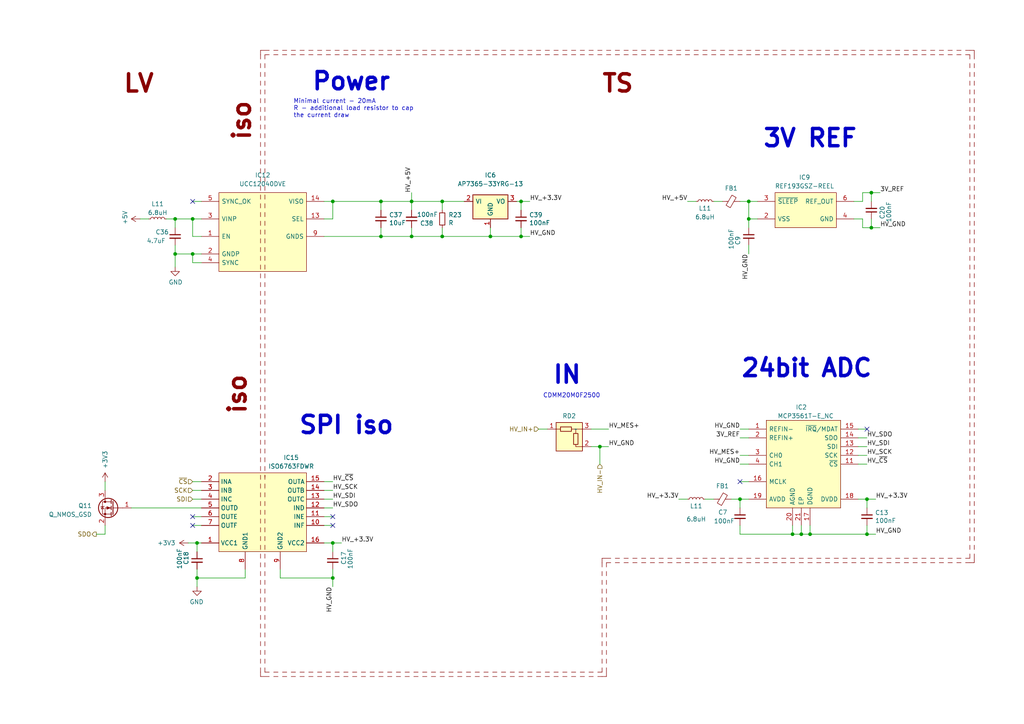
<source format=kicad_sch>
(kicad_sch (version 20230121) (generator eeschema)
  (paper "A4")
  (junction (at 251.46 144.78))
  (junction (at 55.88 63.5))
  (junction (at 151.13 68.58))
  (junction (at 96.52 167.64))
  (junction (at 55.88 73.66))
  (junction (at 119.38 68.58))
  (junction (at 252.73 66.04))
  (junction (at 173.99 129.54))
  (junction (at 57.15 157.48))
  (junction (at 128.27 68.58))
  (junction (at 128.27 58.42))
  (junction (at 151.13 58.42))
  (junction (at 234.95 154.94))
  (junction (at 217.17 63.5))
  (junction (at 142.24 68.58))
  (junction (at 110.49 58.42))
  (junction (at 119.38 58.42))
  (junction (at 110.49 68.58))
  (junction (at 50.8 73.66))
  (junction (at 57.15 167.64))
  (junction (at 96.52 157.48))
  (junction (at 214.63 144.78))
  (junction (at 251.46 154.94))
  (junction (at 232.41 154.94))
  (junction (at 217.17 58.42))
  (junction (at 50.8 63.5))
  (junction (at 252.73 55.88))
  (junction (at 96.52 58.42))
  (junction (at 229.87 154.94))
  (no_connect (at 214.63 139.7))
  (no_connect (at 96.52 149.86))
  (no_connect (at 251.46 124.46))
  (no_connect (at 55.88 58.42))
  (no_connect (at 55.88 152.4))
  (no_connect (at 96.52 152.4))
  (no_connect (at 55.88 149.86))
  (polyline (pts (xy 76.835 127.635) (xy 76.835 128.905)) (stroke (width 0.15) (color 132 0 0 1)))
  (polyline (pts (xy 212.725 15.875) (xy 211.455 15.875)) (stroke (width 0.15) (color 132 0 0 1)))
  (polyline (pts (xy 121.285 194.945) (xy 120.015 194.945)) (stroke (width 0.15) (color 132 0 0 1)))
  (polyline (pts (xy 272.415 14.605) (xy 273.685 14.605)) (stroke (width 0.15) (color 132 0 0 1)))
  (wire (pts (xy 58.42 139.7) (xy 55.88 139.7)))
  (polyline (pts (xy 268.605 161.925) (xy 267.335 161.925)) (stroke (width 0.15) (color 132 0 0 1)))
  (wire (pts (xy 119.38 68.58) (xy 128.27 68.58)))
  (wire (pts (xy 93.98 63.5) (xy 96.52 63.5)))
  (polyline (pts (xy 75.565 93.345) (xy 75.565 92.075)) (stroke (width 0.15) (color 132 0 0 1)))
  (polyline (pts (xy 215.265 15.875) (xy 213.995 15.875)) (stroke (width 0.15) (color 132 0 0 1)))
  (polyline (pts (xy 254.635 163.195) (xy 255.905 163.195)) (stroke (width 0.15) (color 132 0 0 1)))
  (polyline (pts (xy 76.835 180.975) (xy 76.835 182.245)) (stroke (width 0.15) (color 132 0 0 1)))
  (polyline (pts (xy 142.875 196.215) (xy 144.145 196.215)) (stroke (width 0.15) (color 132 0 0 1)))
  (polyline (pts (xy 281.305 15.875) (xy 281.305 17.145)) (stroke (width 0.15) (color 132 0 0 1)))
  (polyline (pts (xy 281.305 33.655) (xy 281.305 34.925)) (stroke (width 0.15) (color 132 0 0 1)))
  (polyline (pts (xy 88.265 194.945) (xy 86.995 194.945)) (stroke (width 0.15) (color 132 0 0 1)))
  (polyline (pts (xy 75.565 22.225) (xy 75.565 20.955)) (stroke (width 0.15) (color 132 0 0 1)))
  (polyline (pts (xy 281.305 155.575) (xy 281.305 156.845)) (stroke (width 0.15) (color 132 0 0 1)))
  (polyline (pts (xy 75.565 178.435) (xy 75.565 179.705)) (stroke (width 0.15) (color 132 0 0 1)))
  (polyline (pts (xy 94.615 196.215) (xy 95.885 196.215)) (stroke (width 0.15) (color 132 0 0 1)))
  (polyline (pts (xy 260.985 163.195) (xy 259.715 163.195)) (stroke (width 0.15) (color 132 0 0 1)))
  (wire (pts (xy 50.8 73.66) (xy 55.88 73.66)))
  (polyline (pts (xy 159.385 14.605) (xy 158.115 14.605)) (stroke (width 0.15) (color 132 0 0 1)))
  (wire (pts (xy 57.15 165.1) (xy 57.15 167.64)))
  (polyline (pts (xy 75.565 28.575) (xy 75.565 29.845)) (stroke (width 0.15) (color 132 0 0 1)))
  (polyline (pts (xy 75.565 127.635) (xy 75.565 128.905)) (stroke (width 0.15) (color 132 0 0 1)))
  (polyline (pts (xy 241.935 161.925) (xy 243.205 161.925)) (stroke (width 0.15) (color 132 0 0 1)))
  (polyline (pts (xy 165.735 194.945) (xy 167.005 194.945)) (stroke (width 0.15) (color 132 0 0 1)))
  (polyline (pts (xy 281.305 128.905) (xy 281.305 127.635)) (stroke (width 0.15) (color 132 0 0 1)))
  (polyline (pts (xy 76.835 141.605) (xy 76.835 140.335)) (stroke (width 0.15) (color 132 0 0 1)))
  (polyline (pts (xy 198.755 15.875) (xy 200.025 15.875)) (stroke (width 0.15) (color 132 0 0 1)))
  (polyline (pts (xy 75.565 160.655) (xy 75.565 161.925)) (stroke (width 0.15) (color 132 0 0 1)))
  (polyline (pts (xy 123.825 15.875) (xy 122.555 15.875)) (stroke (width 0.15) (color 132 0 0 1)))
  (polyline (pts (xy 75.565 122.555) (xy 75.565 123.825)) (stroke (width 0.15) (color 132 0 0 1)))
  (polyline (pts (xy 76.835 169.545) (xy 76.835 168.275)) (stroke (width 0.15) (color 132 0 0 1)))
  (wire (pts (xy 96.52 144.78) (xy 93.98 144.78)))
  (polyline (pts (xy 137.795 196.215) (xy 139.065 196.215)) (stroke (width 0.15) (color 132 0 0 1)))
  (polyline (pts (xy 282.575 100.965) (xy 282.575 99.695)) (stroke (width 0.15) (color 132 0 0 1)))
  (polyline (pts (xy 102.235 194.945) (xy 103.505 194.945)) (stroke (width 0.15) (color 132 0 0 1)))
  (polyline (pts (xy 86.995 14.605) (xy 88.265 14.605)) (stroke (width 0.15) (color 132 0 0 1)))
  (polyline (pts (xy 281.305 65.405) (xy 281.305 64.135)) (stroke (width 0.15) (color 132 0 0 1)))
  (polyline (pts (xy 76.835 114.935) (xy 76.835 116.205)) (stroke (width 0.15) (color 132 0 0 1)))
  (polyline (pts (xy 215.265 161.925) (xy 213.995 161.925)) (stroke (width 0.15) (color 132 0 0 1)))
  (polyline (pts (xy 118.745 15.875) (xy 117.475 15.875)) (stroke (width 0.15) (color 132 0 0 1)))
  (polyline (pts (xy 109.855 15.875) (xy 111.125 15.875)) (stroke (width 0.15) (color 132 0 0 1)))
  (wire (pts (xy 58.42 76.2) (xy 55.88 76.2)))
  (polyline (pts (xy 140.335 15.875) (xy 141.605 15.875)) (stroke (width 0.15) (color 132 0 0 1)))
  (polyline (pts (xy 188.595 161.925) (xy 189.865 161.925)) (stroke (width 0.15) (color 132 0 0 1)))
  (polyline (pts (xy 80.645 196.215) (xy 79.375 196.215)) (stroke (width 0.15) (color 132 0 0 1)))
  (wire (pts (xy 151.13 68.58) (xy 153.67 68.58)))
  (polyline (pts (xy 76.835 109.855) (xy 76.835 111.125)) (stroke (width 0.15) (color 132 0 0 1)))
  (polyline (pts (xy 245.745 15.875) (xy 244.475 15.875)) (stroke (width 0.15) (color 132 0 0 1)))
  (polyline (pts (xy 102.235 196.215) (xy 103.505 196.215)) (stroke (width 0.15) (color 132 0 0 1)))
  (wire (pts (xy 251.46 144.78) (xy 251.46 147.32)))
  (polyline (pts (xy 180.975 14.605) (xy 182.245 14.605)) (stroke (width 0.15) (color 132 0 0 1)))
  (polyline (pts (xy 281.305 66.675) (xy 281.305 67.945)) (stroke (width 0.15) (color 132 0 0 1)))
  (polyline (pts (xy 281.305 50.165) (xy 281.305 48.895)) (stroke (width 0.15) (color 132 0 0 1)))
  (polyline (pts (xy 75.565 167.005) (xy 75.565 165.735)) (stroke (width 0.15) (color 132 0 0 1)))
  (polyline (pts (xy 281.305 126.365) (xy 281.305 125.095)) (stroke (width 0.15) (color 132 0 0 1)))
  (polyline (pts (xy 76.835 188.595) (xy 76.835 189.865)) (stroke (width 0.15) (color 132 0 0 1)))
  (polyline (pts (xy 249.555 161.925) (xy 250.825 161.925)) (stroke (width 0.15) (color 132 0 0 1)))
  (polyline (pts (xy 282.575 65.405) (xy 282.575 64.135)) (stroke (width 0.15) (color 132 0 0 1)))
  (polyline (pts (xy 76.835 194.945) (xy 78.105 194.945)) (stroke (width 0.15) (color 132 0 0 1)))
  (polyline (pts (xy 170.815 194.945) (xy 172.085 194.945)) (stroke (width 0.15) (color 132 0 0 1)))
  (polyline (pts (xy 75.565 19.685) (xy 75.565 18.415)) (stroke (width 0.15) (color 132 0 0 1)))
  (polyline (pts (xy 277.495 163.195) (xy 278.765 163.195)) (stroke (width 0.15) (color 132 0 0 1)))
  (polyline (pts (xy 196.215 15.875) (xy 197.485 15.875)) (stroke (width 0.15) (color 132 0 0 1)))
  (polyline (pts (xy 281.305 158.115) (xy 281.305 159.385)) (stroke (width 0.15) (color 132 0 0 1)))
  (polyline (pts (xy 75.565 173.355) (xy 75.565 174.625)) (stroke (width 0.15) (color 132 0 0 1)))
  (polyline (pts (xy 198.755 14.605) (xy 200.025 14.605)) (stroke (width 0.15) (color 132 0 0 1)))
  (polyline (pts (xy 281.305 60.325) (xy 281.305 59.055)) (stroke (width 0.15) (color 132 0 0 1)))
  (polyline (pts (xy 174.625 163.195) (xy 174.625 161.925)) (stroke (width 0.15) (color 132 0 0 1)))
  (polyline (pts (xy 109.855 196.215) (xy 111.125 196.215)) (stroke (width 0.15) (color 132 0 0 1)))
  (polyline (pts (xy 281.305 131.445) (xy 281.305 130.175)) (stroke (width 0.15) (color 132 0 0 1)))
  (polyline (pts (xy 220.345 163.195) (xy 219.075 163.195)) (stroke (width 0.15) (color 132 0 0 1)))
  (polyline (pts (xy 113.665 194.945) (xy 112.395 194.945)) (stroke (width 0.15) (color 132 0 0 1)))
  (wire (pts (xy 214.63 134.62) (xy 217.17 134.62)))
  (polyline (pts (xy 76.835 164.465) (xy 76.835 163.195)) (stroke (width 0.15) (color 132 0 0 1)))
  (polyline (pts (xy 236.855 161.925) (xy 238.125 161.925)) (stroke (width 0.15) (color 132 0 0 1)))
  (polyline (pts (xy 206.375 161.925) (xy 207.645 161.925)) (stroke (width 0.15) (color 132 0 0 1)))
  (polyline (pts (xy 89.535 15.875) (xy 90.805 15.875)) (stroke (width 0.15) (color 132 0 0 1)))
  (polyline (pts (xy 75.565 135.255) (xy 75.565 136.525)) (stroke (width 0.15) (color 132 0 0 1)))
  (polyline (pts (xy 221.615 14.605) (xy 222.885 14.605)) (stroke (width 0.15) (color 132 0 0 1)))
  (polyline (pts (xy 75.565 85.725) (xy 75.565 84.455)) (stroke (width 0.15) (color 132 0 0 1)))
  (polyline (pts (xy 104.775 196.215) (xy 106.045 196.215)) (stroke (width 0.15) (color 132 0 0 1)))
  (polyline (pts (xy 267.335 15.875) (xy 268.605 15.875)) (stroke (width 0.15) (color 132 0 0 1)))
  (wire (pts (xy 232.41 152.4) (xy 232.41 154.94)))
  (wire (pts (xy 151.13 58.42) (xy 153.67 58.42)))
  (polyline (pts (xy 281.305 45.085) (xy 281.305 43.815)) (stroke (width 0.15) (color 132 0 0 1)))
  (wire (pts (xy 248.92 127) (xy 251.46 127)))
  (polyline (pts (xy 282.575 160.655) (xy 282.575 163.195)) (stroke (width 0.15) (color 132 0 0 1)))
  (polyline (pts (xy 282.575 98.425) (xy 282.575 97.155)) (stroke (width 0.15) (color 132 0 0 1)))
  (polyline (pts (xy 282.575 114.935) (xy 282.575 116.205)) (stroke (width 0.15) (color 132 0 0 1)))
  (polyline (pts (xy 76.835 191.135) (xy 76.835 192.405)) (stroke (width 0.15) (color 132 0 0 1)))
  (polyline (pts (xy 107.315 15.875) (xy 108.585 15.875)) (stroke (width 0.15) (color 132 0 0 1)))
  (polyline (pts (xy 281.305 83.185) (xy 281.305 81.915)) (stroke (width 0.15) (color 132 0 0 1)))
  (wire (pts (xy 81.28 167.64) (xy 96.52 167.64)))
  (polyline (pts (xy 282.575 83.185) (xy 282.575 81.915)) (stroke (width 0.15) (color 132 0 0 1)))
  (polyline (pts (xy 229.235 14.605) (xy 230.505 14.605)) (stroke (width 0.15) (color 132 0 0 1)))
  (polyline (pts (xy 86.995 15.875) (xy 88.265 15.875)) (stroke (width 0.15) (color 132 0 0 1)))
  (polyline (pts (xy 207.645 14.605) (xy 206.375 14.605)) (stroke (width 0.15) (color 132 0 0 1)))
  (polyline (pts (xy 244.475 163.195) (xy 245.745 163.195)) (stroke (width 0.15) (color 132 0 0 1)))
  (wire (pts (xy 55.88 149.86) (xy 58.42 149.86)))
  (polyline (pts (xy 174.625 164.465) (xy 174.625 163.195)) (stroke (width 0.15) (color 132 0 0 1)))
  (polyline (pts (xy 76.835 17.145) (xy 76.835 15.875)) (stroke (width 0.15) (color 132 0 0 1)))
  (polyline (pts (xy 107.315 14.605) (xy 108.585 14.605)) (stroke (width 0.15) (color 132 0 0 1)))
  (polyline (pts (xy 75.565 51.435) (xy 75.565 52.705)) (stroke (width 0.15) (color 132 0 0 1)))
  (wire (pts (xy 58.42 157.48) (xy 57.15 157.48)))
  (polyline (pts (xy 210.185 15.875) (xy 208.915 15.875)) (stroke (width 0.15) (color 132 0 0 1)))
  (polyline (pts (xy 97.155 15.875) (xy 98.425 15.875)) (stroke (width 0.15) (color 132 0 0 1)))
  (polyline (pts (xy 75.565 147.955) (xy 75.565 149.225)) (stroke (width 0.15) (color 132 0 0 1)))
  (polyline (pts (xy 193.675 161.925) (xy 194.945 161.925)) (stroke (width 0.15) (color 132 0 0 1)))
  (polyline (pts (xy 75.565 172.085) (xy 75.565 170.815)) (stroke (width 0.15) (color 132 0 0 1)))
  (polyline (pts (xy 258.445 15.875) (xy 257.175 15.875)) (stroke (width 0.15) (color 132 0 0 1)))
  (polyline (pts (xy 175.895 163.195) (xy 177.165 163.195)) (stroke (width 0.15) (color 132 0 0 1)))
  (polyline (pts (xy 76.835 137.795) (xy 76.835 138.43)) (stroke (width 0.15) (color 132 0 0 1)))
  (polyline (pts (xy 272.415 163.195) (xy 273.685 163.195)) (stroke (width 0.15) (color 132 0 0 1)))
  (polyline (pts (xy 116.205 14.605) (xy 114.935 14.605)) (stroke (width 0.15) (color 132 0 0 1)))
  (polyline (pts (xy 281.305 153.035) (xy 281.305 154.305)) (stroke (width 0.15) (color 132 0 0 1)))
  (polyline (pts (xy 178.435 15.875) (xy 179.705 15.875)) (stroke (width 0.15) (color 132 0 0 1)))
  (wire (pts (xy 96.52 165.1) (xy 96.52 167.64)))
  (polyline (pts (xy 282.575 14.605) (xy 282.575 17.145)) (stroke (width 0.15) (color 132 0 0 1)))
  (polyline (pts (xy 163.195 194.945) (xy 164.465 194.945)) (stroke (width 0.15) (color 132 0 0 1)))
  (wire (pts (xy 58.42 142.24) (xy 55.88 142.24)))
  (polyline (pts (xy 222.885 163.195) (xy 221.615 163.195)) (stroke (width 0.15) (color 132 0 0 1)))
  (polyline (pts (xy 281.305 20.955) (xy 281.305 22.225)) (stroke (width 0.15) (color 132 0 0 1)))
  (polyline (pts (xy 76.835 41.275) (xy 76.835 42.545)) (stroke (width 0.15) (color 132 0 0 1)))
  (polyline (pts (xy 281.305 27.305) (xy 281.305 26.035)) (stroke (width 0.15) (color 132 0 0 1)))
  (polyline (pts (xy 281.305 136.525) (xy 281.305 135.255)) (stroke (width 0.15) (color 132 0 0 1)))
  (wire (pts (xy 96.52 157.48) (xy 93.98 157.48)))
  (polyline (pts (xy 217.805 161.925) (xy 216.535 161.925)) (stroke (width 0.15) (color 132 0 0 1)))
  (polyline (pts (xy 76.835 144.145) (xy 76.835 142.875)) (stroke (width 0.15) (color 132 0 0 1)))
  (polyline (pts (xy 186.055 14.605) (xy 187.325 14.605)) (stroke (width 0.15) (color 132 0 0 1)))
  (polyline (pts (xy 83.185 196.215) (xy 81.915 196.215)) (stroke (width 0.15) (color 132 0 0 1)))
  (polyline (pts (xy 281.305 52.705) (xy 281.305 51.435)) (stroke (width 0.15) (color 132 0 0 1)))
  (polyline (pts (xy 208.915 161.925) (xy 210.185 161.925)) (stroke (width 0.15) (color 132 0 0 1)))
  (polyline (pts (xy 241.935 14.605) (xy 243.205 14.605)) (stroke (width 0.15) (color 132 0 0 1)))
  (polyline (pts (xy 174.625 177.165) (xy 174.625 175.895)) (stroke (width 0.15) (color 132 0 0 1)))
  (polyline (pts (xy 174.625 188.595) (xy 174.625 189.865)) (stroke (width 0.15) (color 132 0 0 1)))
  (polyline (pts (xy 262.255 15.875) (xy 263.525 15.875)) (stroke (width 0.15) (color 132 0 0 1)))
  (polyline (pts (xy 196.215 14.605) (xy 197.485 14.605)) (stroke (width 0.15) (color 132 0 0 1)))
  (polyline (pts (xy 282.575 66.675) (xy 282.575 67.945)) (stroke (width 0.15) (color 132 0 0 1)))
  (polyline (pts (xy 281.305 100.965) (xy 281.305 99.695)) (stroke (width 0.15) (color 132 0 0 1)))
  (polyline (pts (xy 76.835 38.735) (xy 76.835 40.005)) (stroke (width 0.15) (color 132 0 0 1)))
  (wire (pts (xy 151.13 60.96) (xy 151.13 58.42)))
  (polyline (pts (xy 75.565 193.675) (xy 75.565 194.945)) (stroke (width 0.15) (color 132 0 0 1)))
  (polyline (pts (xy 125.095 194.945) (xy 126.365 194.945)) (stroke (width 0.15) (color 132 0 0 1)))
  (wire (pts (xy 250.19 58.42) (xy 247.65 58.42)))
  (polyline (pts (xy 75.565 33.655) (xy 75.565 34.925)) (stroke (width 0.15) (color 132 0 0 1)))
  (polyline (pts (xy 145.415 15.875) (xy 146.685 15.875)) (stroke (width 0.15) (color 132 0 0 1)))
  (wire (pts (xy 248.92 132.08) (xy 251.46 132.08)))
  (polyline (pts (xy 172.085 15.875) (xy 170.815 15.875)) (stroke (width 0.15) (color 132 0 0 1)))
  (wire (pts (xy 81.28 165.1) (xy 81.28 167.64)))
  (polyline (pts (xy 241.935 15.875) (xy 243.205 15.875)) (stroke (width 0.15) (color 132 0 0 1)))
  (polyline (pts (xy 281.305 24.765) (xy 281.305 23.495)) (stroke (width 0.15) (color 132 0 0 1)))
  (polyline (pts (xy 76.835 95.885) (xy 76.835 94.615)) (stroke (width 0.15) (color 132 0 0 1)))
  (polyline (pts (xy 104.775 14.605) (xy 106.045 14.605)) (stroke (width 0.15) (color 132 0 0 1)))
  (polyline (pts (xy 282.575 153.035) (xy 282.575 154.305)) (stroke (width 0.15) (color 132 0 0 1)))
  (polyline (pts (xy 153.035 15.875) (xy 154.305 15.875)) (stroke (width 0.15) (color 132 0 0 1)))
  (polyline (pts (xy 282.575 18.415) (xy 282.575 19.685)) (stroke (width 0.15) (color 132 0 0 1)))
  (polyline (pts (xy 282.575 85.725) (xy 282.575 84.455)) (stroke (width 0.15) (color 132 0 0 1)))
  (polyline (pts (xy 236.855 15.875) (xy 238.125 15.875)) (stroke (width 0.15) (color 132 0 0 1)))
  (polyline (pts (xy 188.595 163.195) (xy 189.865 163.195)) (stroke (width 0.15) (color 132 0 0 1)))
  (polyline (pts (xy 216.535 14.605) (xy 217.805 14.605)) (stroke (width 0.15) (color 132 0 0 1)))
  (polyline (pts (xy 281.305 79.375) (xy 281.305 80.645)) (stroke (width 0.15) (color 132 0 0 1)))
  (polyline (pts (xy 188.595 14.605) (xy 189.865 14.605)) (stroke (width 0.15) (color 132 0 0 1)))
  (wire (pts (xy 30.48 139.7) (xy 30.48 142.24)))
  (polyline (pts (xy 130.175 194.945) (xy 131.445 194.945)) (stroke (width 0.15) (color 132 0 0 1)))
  (polyline (pts (xy 140.335 196.215) (xy 141.605 196.215)) (stroke (width 0.15) (color 132 0 0 1)))
  (polyline (pts (xy 173.355 15.875) (xy 174.625 15.875)) (stroke (width 0.15) (color 132 0 0 1)))
  (polyline (pts (xy 207.645 15.875) (xy 206.375 15.875)) (stroke (width 0.15) (color 132 0 0 1)))
  (polyline (pts (xy 140.335 194.945) (xy 141.605 194.945)) (stroke (width 0.15) (color 132 0 0 1)))
  (wire (pts (xy 173.99 129.54) (xy 173.99 134.62)))
  (polyline (pts (xy 226.695 14.605) (xy 227.965 14.605)) (stroke (width 0.15) (color 132 0 0 1)))
  (polyline (pts (xy 112.395 15.875) (xy 113.665 15.875)) (stroke (width 0.15) (color 132 0 0 1)))
  (polyline (pts (xy 280.035 14.605) (xy 281.305 14.605)) (stroke (width 0.15) (color 132 0 0 1)))
  (polyline (pts (xy 75.565 79.375) (xy 75.565 80.645)) (stroke (width 0.15) (color 132 0 0 1)))
  (polyline (pts (xy 76.835 104.775) (xy 76.835 106.045)) (stroke (width 0.15) (color 132 0 0 1)))
  (polyline (pts (xy 75.565 24.765) (xy 75.565 23.495)) (stroke (width 0.15) (color 132 0 0 1)))
  (polyline (pts (xy 231.775 14.605) (xy 233.045 14.605)) (stroke (width 0.15) (color 132 0 0 1)))
  (polyline (pts (xy 248.285 14.605) (xy 247.015 14.605)) (stroke (width 0.15) (color 132 0 0 1)))
  (polyline (pts (xy 281.305 139.065) (xy 281.305 137.795)) (stroke (width 0.15) (color 132 0 0 1)))
  (polyline (pts (xy 168.275 196.215) (xy 169.545 196.215)) (stroke (width 0.15) (color 132 0 0 1)))
  (wire (pts (xy 229.87 154.94) (xy 232.41 154.94)))
  (wire (pts (xy 55.88 63.5) (xy 58.42 63.5)))
  (polyline (pts (xy 274.955 15.875) (xy 276.225 15.875)) (stroke (width 0.15) (color 132 0 0 1)))
  (polyline (pts (xy 281.305 103.505) (xy 281.305 102.235)) (stroke (width 0.15) (color 132 0 0 1)))
  (polyline (pts (xy 234.315 14.605) (xy 235.585 14.605)) (stroke (width 0.15) (color 132 0 0 1)))
  (polyline (pts (xy 99.695 196.215) (xy 100.965 196.215)) (stroke (width 0.15) (color 132 0 0 1)))
  (polyline (pts (xy 75.565 175.895) (xy 75.565 177.165)) (stroke (width 0.15) (color 132 0 0 1)))
  (polyline (pts (xy 164.465 14.605) (xy 163.195 14.605)) (stroke (width 0.15) (color 132 0 0 1)))
  (wire (pts (xy 96.52 63.5) (xy 96.52 58.42)))
  (polyline (pts (xy 253.365 14.605) (xy 252.095 14.605)) (stroke (width 0.15) (color 132 0 0 1)))
  (wire (pts (xy 196.85 144.78) (xy 199.39 144.78)))
  (polyline (pts (xy 281.305 93.345) (xy 281.305 92.075)) (stroke (width 0.15) (color 132 0 0 1)))
  (wire (pts (xy 128.27 68.58) (xy 142.24 68.58)))
  (polyline (pts (xy 76.835 173.355) (xy 76.835 174.625)) (stroke (width 0.15) (color 132 0 0 1)))
  (polyline (pts (xy 274.955 163.195) (xy 276.225 163.195)) (stroke (width 0.15) (color 132 0 0 1)))
  (polyline (pts (xy 75.565 130.175) (xy 75.565 131.445)) (stroke (width 0.15) (color 132 0 0 1)))
  (polyline (pts (xy 168.275 194.945) (xy 169.545 194.945)) (stroke (width 0.15) (color 132 0 0 1)))
  (polyline (pts (xy 272.415 15.875) (xy 273.685 15.875)) (stroke (width 0.15) (color 132 0 0 1)))
  (polyline (pts (xy 252.095 163.195) (xy 253.365 163.195)) (stroke (width 0.15) (color 132 0 0 1)))
  (polyline (pts (xy 239.395 163.195) (xy 240.665 163.195)) (stroke (width 0.15) (color 132 0 0 1)))
  (polyline (pts (xy 76.835 149.225) (xy 76.835 147.955)) (stroke (width 0.15) (color 132 0 0 1)))
  (polyline (pts (xy 188.595 15.875) (xy 189.865 15.875)) (stroke (width 0.15) (color 132 0 0 1)))
  (polyline (pts (xy 281.305 160.655) (xy 281.305 161.925)) (stroke (width 0.15) (color 132 0 0 1)))
  (polyline (pts (xy 92.075 14.605) (xy 93.345 14.605)) (stroke (width 0.15) (color 132 0 0 1)))
  (polyline (pts (xy 92.075 15.875) (xy 93.345 15.875)) (stroke (width 0.15) (color 132 0 0 1)))
  (polyline (pts (xy 193.675 163.195) (xy 194.945 163.195)) (stroke (width 0.15) (color 132 0 0 1)))
  (polyline (pts (xy 163.195 196.215) (xy 164.465 196.215)) (stroke (width 0.15) (color 132 0 0 1)))
  (polyline (pts (xy 198.755 163.195) (xy 200.025 163.195)) (stroke (width 0.15) (color 132 0 0 1)))
  (polyline (pts (xy 282.575 90.805) (xy 282.575 89.535)) (stroke (width 0.15) (color 132 0 0 1)))
  (polyline (pts (xy 76.835 88.265) (xy 76.835 86.995)) (stroke (width 0.15) (color 132 0 0 1)))
  (polyline (pts (xy 107.315 194.945) (xy 108.585 194.945)) (stroke (width 0.15) (color 132 0 0 1)))
  (polyline (pts (xy 175.895 15.875) (xy 177.165 15.875)) (stroke (width 0.15) (color 132 0 0 1)))
  (polyline (pts (xy 75.565 183.515) (xy 75.565 184.785)) (stroke (width 0.15) (color 132 0 0 1)))
  (polyline (pts (xy 175.895 169.545) (xy 175.895 168.275)) (stroke (width 0.15) (color 132 0 0 1)))
  (polyline (pts (xy 75.565 17.145) (xy 75.565 15.875)) (stroke (width 0.15) (color 132 0 0 1)))
  (polyline (pts (xy 282.575 27.305) (xy 282.575 26.035)) (stroke (width 0.15) (color 132 0 0 1)))
  (polyline (pts (xy 151.765 194.945) (xy 150.495 194.945)) (stroke (width 0.15) (color 132 0 0 1)))
  (polyline (pts (xy 76.835 178.435) (xy 76.835 179.705)) (stroke (width 0.15) (color 132 0 0 1)))
  (polyline (pts (xy 264.795 14.605) (xy 266.065 14.605)) (stroke (width 0.15) (color 132 0 0 1)))
  (polyline (pts (xy 97.155 196.215) (xy 98.425 196.215)) (stroke (width 0.15) (color 132 0 0 1)))
  (polyline (pts (xy 281.305 36.195) (xy 281.305 37.465)) (stroke (width 0.15) (color 132 0 0 1)))
  (wire (pts (xy 142.24 68.58) (xy 151.13 68.58)))
  (polyline (pts (xy 75.565 31.115) (xy 75.565 32.385)) (stroke (width 0.15) (color 132 0 0 1)))
  (polyline (pts (xy 264.795 15.875) (xy 266.065 15.875)) (stroke (width 0.15) (color 132 0 0 1)))
  (polyline (pts (xy 174.625 191.135) (xy 174.625 192.405)) (stroke (width 0.15) (color 132 0 0 1)))
  (polyline (pts (xy 94.615 194.945) (xy 95.885 194.945)) (stroke (width 0.15) (color 132 0 0 1)))
  (polyline (pts (xy 132.715 15.875) (xy 133.985 15.875)) (stroke (width 0.15) (color 132 0 0 1)))
  (polyline (pts (xy 90.805 194.945) (xy 89.535 194.945)) (stroke (width 0.15) (color 132 0 0 1)))
  (polyline (pts (xy 75.565 100.965) (xy 75.565 99.695)) (stroke (width 0.15) (color 132 0 0 1)))
  (polyline (pts (xy 210.185 14.605) (xy 208.915 14.605)) (stroke (width 0.15) (color 132 0 0 1)))
  (polyline (pts (xy 196.215 161.925) (xy 197.485 161.925)) (stroke (width 0.15) (color 132 0 0 1)))
  (polyline (pts (xy 76.835 98.425) (xy 76.835 97.155)) (stroke (width 0.15) (color 132 0 0 1)))
  (polyline (pts (xy 147.955 15.875) (xy 149.225 15.875)) (stroke (width 0.15) (color 132 0 0 1)))
  (polyline (pts (xy 255.905 15.875) (xy 254.635 15.875)) (stroke (width 0.15) (color 132 0 0 1)))
  (polyline (pts (xy 75.565 15.875) (xy 75.565 14.605)) (stroke (width 0.15) (color 132 0 0 1)))
  (polyline (pts (xy 92.075 196.215) (xy 93.345 196.215)) (stroke (width 0.15) (color 132 0 0 1)))
  (polyline (pts (xy 75.565 150.495) (xy 75.565 151.765)) (stroke (width 0.15) (color 132 0 0 1)))
  (polyline (pts (xy 258.445 163.195) (xy 257.175 163.195)) (stroke (width 0.15) (color 132 0 0 1)))
  (polyline (pts (xy 75.565 95.885) (xy 75.565 94.615)) (stroke (width 0.15) (color 132 0 0 1)))
  (polyline (pts (xy 142.875 14.605) (xy 144.145 14.605)) (stroke (width 0.15) (color 132 0 0 1)))
  (wire (pts (xy 214.63 152.4) (xy 214.63 154.94)))
  (polyline (pts (xy 75.565 46.355) (xy 75.565 47.625)) (stroke (width 0.15) (color 132 0 0 1)))
  (polyline (pts (xy 76.835 154.305) (xy 76.835 153.035)) (stroke (width 0.15) (color 132 0 0 1)))
  (polyline (pts (xy 76.835 36.195) (xy 76.835 37.465)) (stroke (width 0.15) (color 132 0 0 1)))
  (polyline (pts (xy 121.285 196.215) (xy 120.015 196.215)) (stroke (width 0.15) (color 132 0 0 1)))
  (polyline (pts (xy 281.305 40.005) (xy 281.305 38.735)) (stroke (width 0.15) (color 132 0 0 1)))
  (wire (pts (xy 252.73 63.5) (xy 252.73 66.04)))
  (polyline (pts (xy 130.175 14.605) (xy 131.445 14.605)) (stroke (width 0.15) (color 132 0 0 1)))
  (wire (pts (xy 173.99 129.54) (xy 171.45 129.54)))
  (polyline (pts (xy 281.305 109.855) (xy 281.305 111.125)) (stroke (width 0.15) (color 132 0 0 1)))
  (polyline (pts (xy 76.835 136.525) (xy 76.835 135.255)) (stroke (width 0.15) (color 132 0 0 1)))
  (polyline (pts (xy 146.685 194.945) (xy 145.415 194.945)) (stroke (width 0.15) (color 132 0 0 1)))
  (polyline (pts (xy 183.515 15.875) (xy 184.785 15.875)) (stroke (width 0.15) (color 132 0 0 1)))
  (polyline (pts (xy 281.305 144.145) (xy 281.305 142.875)) (stroke (width 0.15) (color 132 0 0 1)))
  (polyline (pts (xy 282.575 117.475) (xy 282.575 118.745)) (stroke (width 0.15) (color 132 0 0 1)))
  (polyline (pts (xy 191.135 15.875) (xy 192.405 15.875)) (stroke (width 0.15) (color 132 0 0 1)))
  (polyline (pts (xy 229.235 163.195) (xy 230.505 163.195)) (stroke (width 0.15) (color 132 0 0 1)))
  (polyline (pts (xy 281.305 90.805) (xy 281.305 89.535)) (stroke (width 0.15) (color 132 0 0 1)))
  (wire (pts (xy 219.71 63.5) (xy 217.17 63.5)))
  (polyline (pts (xy 263.525 161.925) (xy 262.255 161.925)) (stroke (width 0.15) (color 132 0 0 1)))
  (polyline (pts (xy 175.895 174.625) (xy 175.895 173.355)) (stroke (width 0.15) (color 132 0 0 1)))
  (polyline (pts (xy 76.835 31.115) (xy 76.835 32.385)) (stroke (width 0.15) (color 132 0 0 1)))
  (polyline (pts (xy 201.295 161.925) (xy 202.565 161.925)) (stroke (width 0.15) (color 132 0 0 1)))
  (polyline (pts (xy 262.255 14.605) (xy 263.525 14.605)) (stroke (width 0.15) (color 132 0 0 1)))
  (polyline (pts (xy 102.235 15.875) (xy 103.505 15.875)) (stroke (width 0.15) (color 132 0 0 1)))
  (polyline (pts (xy 75.565 186.055) (xy 75.565 187.325)) (stroke (width 0.15) (color 132 0 0 1)))
  (polyline (pts (xy 281.305 57.785) (xy 281.305 56.515)) (stroke (width 0.15) (color 132 0 0 1)))
  (polyline (pts (xy 99.695 15.875) (xy 100.965 15.875)) (stroke (width 0.15) (color 132 0 0 1)))
  (polyline (pts (xy 76.835 117.475) (xy 76.835 118.745)) (stroke (width 0.15) (color 132 0 0 1)))
  (wire (pts (xy 96.52 58.42) (xy 110.49 58.42)))
  (polyline (pts (xy 282.575 40.005) (xy 282.575 38.735)) (stroke (width 0.15) (color 132 0 0 1)))
  (polyline (pts (xy 277.495 161.925) (xy 278.765 161.925)) (stroke (width 0.15) (color 132 0 0 1)))
  (wire (pts (xy 207.01 58.42) (xy 209.55 58.42)))
  (polyline (pts (xy 174.625 179.705) (xy 174.625 178.435)) (stroke (width 0.15) (color 132 0 0 1)))
  (polyline (pts (xy 80.645 194.945) (xy 79.375 194.945)) (stroke (width 0.15) (color 132 0 0 1)))
  (wire (pts (xy 96.52 58.42) (xy 93.98 58.42)))
  (polyline (pts (xy 281.305 18.415) (xy 281.305 19.685)) (stroke (width 0.15) (color 132 0 0 1)))
  (polyline (pts (xy 75.565 196.215) (xy 78.105 196.215)) (stroke (width 0.15) (color 132 0 0 1)))
  (polyline (pts (xy 175.895 191.135) (xy 175.895 192.405)) (stroke (width 0.15) (color 132 0 0 1)))
  (polyline (pts (xy 76.835 139.065) (xy 76.835 137.795)) (stroke (width 0.15) (color 132 0 0 1)))
  (polyline (pts (xy 281.305 74.295) (xy 281.305 75.565)) (stroke (width 0.15) (color 132 0 0 1)))
  (polyline (pts (xy 250.825 14.605) (xy 249.555 14.605)) (stroke (width 0.15) (color 132 0 0 1)))
  (polyline (pts (xy 258.445 161.925) (xy 257.175 161.925)) (stroke (width 0.15) (color 132 0 0 1)))
  (wire (pts (xy 212.09 144.78) (xy 214.63 144.78)))
  (polyline (pts (xy 75.565 108.585) (xy 75.565 107.315)) (stroke (width 0.15) (color 132 0 0 1)))
  (polyline (pts (xy 76.835 48.895) (xy 76.835 50.165)) (stroke (width 0.15) (color 132 0 0 1)))
  (polyline (pts (xy 220.345 161.925) (xy 219.075 161.925)) (stroke (width 0.15) (color 132 0 0 1)))
  (polyline (pts (xy 142.875 194.945) (xy 144.145 194.945)) (stroke (width 0.15) (color 132 0 0 1)))
  (polyline (pts (xy 88.265 196.215) (xy 86.995 196.215)) (stroke (width 0.15) (color 132 0 0 1)))
  (polyline (pts (xy 175.895 184.785) (xy 175.895 183.515)) (stroke (width 0.15) (color 132 0 0 1)))
  (polyline (pts (xy 282.575 36.195) (xy 282.575 37.465)) (stroke (width 0.15) (color 132 0 0 1)))
  (polyline (pts (xy 174.625 193.675) (xy 174.625 194.945)) (stroke (width 0.15) (color 132 0 0 1)))
  (wire (pts (xy 234.95 152.4) (xy 234.95 154.94)))
  (polyline (pts (xy 99.695 14.605) (xy 100.965 14.605)) (stroke (width 0.15) (color 132 0 0 1)))
  (polyline (pts (xy 75.565 125.095) (xy 75.565 126.365)) (stroke (width 0.15) (color 132 0 0 1)))
  (polyline (pts (xy 130.175 15.875) (xy 131.445 15.875)) (stroke (width 0.15) (color 132 0 0 1)))
  (wire (pts (xy 55.88 76.2) (xy 55.88 73.66)))
  (polyline (pts (xy 248.285 15.875) (xy 247.015 15.875)) (stroke (width 0.15) (color 132 0 0 1)))
  (wire (pts (xy 248.92 134.62) (xy 251.46 134.62)))
  (polyline (pts (xy 224.155 14.605) (xy 225.425 14.605)) (stroke (width 0.15) (color 132 0 0 1)))
  (polyline (pts (xy 193.675 15.875) (xy 194.945 15.875)) (stroke (width 0.15) (color 132 0 0 1)))
  (polyline (pts (xy 281.305 88.265) (xy 281.305 86.995)) (stroke (width 0.15) (color 132 0 0 1)))
  (wire (pts (xy 119.38 58.42) (xy 119.38 60.96)))
  (polyline (pts (xy 231.775 161.925) (xy 233.045 161.925)) (stroke (width 0.15) (color 132 0 0 1)))
  (polyline (pts (xy 112.395 14.605) (xy 113.665 14.605)) (stroke (width 0.15) (color 132 0 0 1)))
  (polyline (pts (xy 241.935 163.195) (xy 243.205 163.195)) (stroke (width 0.15) (color 132 0 0 1)))
  (wire (pts (xy 173.99 129.54) (xy 176.53 129.54)))
  (polyline (pts (xy 205.105 14.605) (xy 203.835 14.605)) (stroke (width 0.15) (color 132 0 0 1)))
  (polyline (pts (xy 280.035 161.925) (xy 281.305 161.925)) (stroke (width 0.15) (color 132 0 0 1)))
  (polyline (pts (xy 76.835 33.655) (xy 76.835 34.925)) (stroke (width 0.15) (color 132 0 0 1)))
  (wire (pts (xy 214.63 154.94) (xy 229.87 154.94)))
  (polyline (pts (xy 282.575 126.365) (xy 282.575 125.095)) (stroke (width 0.15) (color 132 0 0 1)))
  (polyline (pts (xy 121.285 14.605) (xy 120.015 14.605)) (stroke (width 0.15) (color 132 0 0 1)))
  (polyline (pts (xy 274.955 14.605) (xy 276.225 14.605)) (stroke (width 0.15) (color 132 0 0 1)))
  (polyline (pts (xy 75.565 106.045) (xy 75.565 104.775)) (stroke (width 0.15) (color 132 0 0 1)))
  (polyline (pts (xy 282.575 146.685) (xy 282.575 145.415)) (stroke (width 0.15) (color 132 0 0 1)))
  (polyline (pts (xy 178.435 14.605) (xy 179.705 14.605)) (stroke (width 0.15) (color 132 0 0 1)))
  (wire (pts (xy 50.8 73.66) (xy 50.8 71.12)))
  (polyline (pts (xy 267.335 14.605) (xy 268.605 14.605)) (stroke (width 0.15) (color 132 0 0 1)))
  (polyline (pts (xy 281.305 47.625) (xy 281.305 46.355)) (stroke (width 0.15) (color 132 0 0 1)))
  (polyline (pts (xy 281.305 95.885) (xy 281.305 94.615)) (stroke (width 0.15) (color 132 0 0 1)))
  (polyline (pts (xy 76.835 175.895) (xy 76.835 177.165)) (stroke (width 0.15) (color 132 0 0 1)))
  (polyline (pts (xy 150.495 14.605) (xy 151.765 14.605)) (stroke (width 0.15) (color 132 0 0 1)))
  (polyline (pts (xy 175.895 167.005) (xy 175.895 165.735)) (stroke (width 0.15) (color 132 0 0 1)))
  (polyline (pts (xy 282.575 45.085) (xy 282.575 43.815)) (stroke (width 0.15) (color 132 0 0 1)))
  (polyline (pts (xy 75.565 90.805) (xy 75.565 89.535)) (stroke (width 0.15) (color 132 0 0 1)))
  (polyline (pts (xy 149.225 194.945) (xy 147.955 194.945)) (stroke (width 0.15) (color 132 0 0 1)))
  (polyline (pts (xy 76.835 43.815) (xy 76.835 45.085)) (stroke (width 0.15) (color 132 0 0 1)))
  (polyline (pts (xy 109.855 14.605) (xy 111.125 14.605)) (stroke (width 0.15) (color 132 0 0 1)))
  (polyline (pts (xy 282.575 20.955) (xy 282.575 22.225)) (stroke (width 0.15) (color 132 0 0 1)))
  (wire (pts (xy 119.38 58.42) (xy 128.27 58.42)))
  (polyline (pts (xy 282.575 139.065) (xy 282.575 137.795)) (stroke (width 0.15) (color 132 0 0 1)))
  (polyline (pts (xy 75.565 117.475) (xy 75.565 118.745)) (stroke (width 0.15) (color 132 0 0 1)))
  (wire (pts (xy 57.15 167.64) (xy 71.12 167.64)))
  (polyline (pts (xy 179.705 163.195) (xy 178.435 163.195)) (stroke (width 0.15) (color 132 0 0 1)))
  (polyline (pts (xy 75.565 111.125) (xy 75.565 109.855)) (stroke (width 0.15) (color 132 0 0 1)))
  (polyline (pts (xy 161.925 14.605) (xy 160.655 14.605)) (stroke (width 0.15) (color 132 0 0 1)))
  (polyline (pts (xy 281.305 112.395) (xy 281.305 113.665)) (stroke (width 0.15) (color 132 0 0 1)))
  (polyline (pts (xy 123.825 196.215) (xy 122.555 196.215)) (stroke (width 0.15) (color 132 0 0 1)))
  (polyline (pts (xy 186.055 161.925) (xy 187.325 161.925)) (stroke (width 0.15) (color 132 0 0 1)))
  (polyline (pts (xy 160.655 196.215) (xy 161.925 196.215)) (stroke (width 0.15) (color 132 0 0 1)))
  (polyline (pts (xy 75.565 103.505) (xy 75.565 102.235)) (stroke (width 0.15) (color 132 0 0 1)))
  (polyline (pts (xy 97.155 194.945) (xy 98.425 194.945)) (stroke (width 0.15) (color 132 0 0 1)))
  (polyline (pts (xy 281.305 76.835) (xy 281.305 78.105)) (stroke (width 0.15) (color 132 0 0 1)))
  (polyline (pts (xy 282.575 76.835) (xy 282.575 78.105)) (stroke (width 0.15) (color 132 0 0 1)))
  (polyline (pts (xy 277.495 15.875) (xy 278.765 15.875)) (stroke (width 0.15) (color 132 0 0 1)))
  (polyline (pts (xy 282.575 112.395) (xy 282.575 113.665)) (stroke (width 0.15) (color 132 0 0 1)))
  (polyline (pts (xy 236.855 14.605) (xy 238.125 14.605)) (stroke (width 0.15) (color 132 0 0 1)))
  (polyline (pts (xy 132.715 196.215) (xy 133.985 196.215)) (stroke (width 0.15) (color 132 0 0 1)))
  (polyline (pts (xy 76.835 80.645) (xy 76.835 79.375)) (stroke (width 0.15) (color 132 0 0 1)))
  (polyline (pts (xy 231.775 163.195) (xy 233.045 163.195)) (stroke (width 0.15) (color 132 0 0 1)))
  (wire (pts (xy 248.92 129.54) (xy 251.46 129.54)))
  (polyline (pts (xy 75.565 132.715) (xy 75.565 133.985)) (stroke (width 0.15) (color 132 0 0 1)))
  (polyline (pts (xy 76.835 90.805) (xy 76.835 89.535)) (stroke (width 0.15) (color 132 0 0 1)))
  (polyline (pts (xy 76.835 159.385) (xy 76.835 158.115)) (stroke (width 0.15) (color 132 0 0 1)))
  (polyline (pts (xy 234.315 161.925) (xy 235.585 161.925)) (stroke (width 0.15) (color 132 0 0 1)))
  (polyline (pts (xy 174.625 169.545) (xy 174.625 168.275)) (stroke (width 0.15) (color 132 0 0 1)))
  (wire (pts (xy 128.27 58.42) (xy 128.27 60.96)))
  (polyline (pts (xy 215.265 14.605) (xy 213.995 14.605)) (stroke (width 0.15) (color 132 0 0 1)))
  (polyline (pts (xy 282.575 88.265) (xy 282.575 86.995)) (stroke (width 0.15) (color 132 0 0 1)))
  (polyline (pts (xy 282.575 158.115) (xy 282.575 159.385)) (stroke (width 0.15) (color 132 0 0 1)))
  (polyline (pts (xy 239.395 14.605) (xy 240.665 14.605)) (stroke (width 0.15) (color 132 0 0 1)))
  (polyline (pts (xy 282.575 155.575) (xy 282.575 156.845)) (stroke (width 0.15) (color 132 0 0 1)))
  (polyline (pts (xy 175.895 186.055) (xy 175.895 187.325)) (stroke (width 0.15) (color 132 0 0 1)))
  (wire (pts (xy 232.41 154.94) (xy 234.95 154.94)))
  (polyline (pts (xy 99.695 194.945) (xy 100.965 194.945)) (stroke (width 0.15) (color 132 0 0 1)))
  (polyline (pts (xy 135.255 196.215) (xy 136.525 196.215)) (stroke (width 0.15) (color 132 0 0 1)))
  (wire (pts (xy 217.17 58.42) (xy 219.71 58.42)))
  (polyline (pts (xy 109.855 194.945) (xy 111.125 194.945)) (stroke (width 0.15) (color 132 0 0 1)))
  (polyline (pts (xy 147.955 14.605) (xy 149.225 14.605)) (stroke (width 0.15) (color 132 0 0 1)))
  (polyline (pts (xy 282.575 31.115) (xy 282.575 32.385)) (stroke (width 0.15) (color 132 0 0 1)))
  (polyline (pts (xy 83.185 14.605) (xy 81.915 14.605)) (stroke (width 0.15) (color 132 0 0 1)))
  (polyline (pts (xy 132.715 14.605) (xy 133.985 14.605)) (stroke (width 0.15) (color 132 0 0 1)))
  (wire (pts (xy 50.8 63.5) (xy 50.8 66.04)))
  (wire (pts (xy 40.64 63.5) (xy 43.18 63.5)))
  (polyline (pts (xy 224.155 15.875) (xy 225.425 15.875)) (stroke (width 0.15) (color 132 0 0 1)))
  (polyline (pts (xy 225.425 163.195) (xy 224.155 163.195)) (stroke (width 0.15) (color 132 0 0 1)))
  (polyline (pts (xy 231.775 15.875) (xy 233.045 15.875)) (stroke (width 0.15) (color 132 0 0 1)))
  (polyline (pts (xy 174.625 161.925) (xy 177.165 161.925)) (stroke (width 0.15) (color 132 0 0 1)))
  (polyline (pts (xy 182.245 161.925) (xy 180.975 161.925)) (stroke (width 0.15) (color 132 0 0 1)))
  (polyline (pts (xy 282.575 33.655) (xy 282.575 34.925)) (stroke (width 0.15) (color 132 0 0 1)))
  (polyline (pts (xy 277.495 14.605) (xy 278.765 14.605)) (stroke (width 0.15) (color 132 0 0 1)))
  (polyline (pts (xy 76.835 83.185) (xy 76.835 81.915)) (stroke (width 0.15) (color 132 0 0 1)))
  (polyline (pts (xy 76.835 24.765) (xy 76.835 23.495)) (stroke (width 0.15) (color 132 0 0 1)))
  (polyline (pts (xy 175.895 179.705) (xy 175.895 178.435)) (stroke (width 0.15) (color 132 0 0 1)))
  (wire (pts (xy 252.73 55.88) (xy 252.73 58.42)))
  (polyline (pts (xy 281.305 62.865) (xy 281.305 61.595)) (stroke (width 0.15) (color 132 0 0 1)))
  (polyline (pts (xy 75.565 81.915) (xy 75.565 83.185)) (stroke (width 0.15) (color 132 0 0 1)))
  (wire (pts (xy 93.98 147.32) (xy 96.52 147.32)))
  (polyline (pts (xy 75.565 140.335) (xy 75.565 141.605)) (stroke (width 0.15) (color 132 0 0 1)))
  (polyline (pts (xy 125.095 196.215) (xy 126.365 196.215)) (stroke (width 0.15) (color 132 0 0 1)))
  (polyline (pts (xy 126.365 15.875) (xy 125.095 15.875)) (stroke (width 0.15) (color 132 0 0 1)))
  (wire (pts (xy 93.98 152.4) (xy 96.52 152.4)))
  (wire (pts (xy 110.49 66.04) (xy 110.49 68.58)))
  (wire (pts (xy 48.26 63.5) (xy 50.8 63.5)))
  (polyline (pts (xy 281.305 69.215) (xy 281.305 70.485)) (stroke (width 0.15) (color 132 0 0 1)))
  (polyline (pts (xy 269.875 15.875) (xy 271.145 15.875)) (stroke (width 0.15) (color 132 0 0 1)))
  (polyline (pts (xy 137.795 194.945) (xy 139.065 194.945)) (stroke (width 0.15) (color 132 0 0 1)))
  (polyline (pts (xy 175.895 172.085) (xy 175.895 170.815)) (stroke (width 0.15) (color 132 0 0 1)))
  (polyline (pts (xy 186.055 163.195) (xy 187.325 163.195)) (stroke (width 0.15) (color 132 0 0 1)))
  (polyline (pts (xy 281.305 114.935) (xy 281.305 116.205)) (stroke (width 0.15) (color 132 0 0 1)))
  (wire (pts (xy 149.86 58.42) (xy 151.13 58.42)))
  (polyline (pts (xy 266.065 163.195) (xy 264.795 163.195)) (stroke (width 0.15) (color 132 0 0 1)))
  (polyline (pts (xy 282.575 55.245) (xy 282.575 53.975)) (stroke (width 0.15) (color 132 0 0 1)))
  (polyline (pts (xy 227.965 163.195) (xy 226.695 163.195)) (stroke (width 0.15) (color 132 0 0 1)))
  (polyline (pts (xy 206.375 163.195) (xy 207.645 163.195)) (stroke (width 0.15) (color 132 0 0 1)))
  (polyline (pts (xy 184.785 163.195) (xy 183.515 163.195)) (stroke (width 0.15) (color 132 0 0 1)))
  (wire (pts (xy 58.42 68.58) (xy 55.88 68.58)))
  (polyline (pts (xy 75.565 114.935) (xy 75.565 116.205)) (stroke (width 0.15) (color 132 0 0 1)))
  (polyline (pts (xy 266.065 161.925) (xy 264.795 161.925)) (stroke (width 0.15) (color 132 0 0 1)))
  (polyline (pts (xy 227.965 161.925) (xy 226.695 161.925)) (stroke (width 0.15) (color 132 0 0 1)))
  (polyline (pts (xy 142.875 15.875) (xy 144.145 15.875)) (stroke (width 0.15) (color 132 0 0 1)))
  (polyline (pts (xy 282.575 50.165) (xy 282.575 48.895)) (stroke (width 0.15) (color 132 0 0 1)))
  (polyline (pts (xy 76.835 133.985) (xy 76.835 132.715)) (stroke (width 0.15) (color 132 0 0 1)))
  (polyline (pts (xy 263.525 163.195) (xy 262.255 163.195)) (stroke (width 0.15) (color 132 0 0 1)))
  (polyline (pts (xy 76.835 193.675) (xy 76.835 194.945)) (stroke (width 0.15) (color 132 0 0 1)))
  (polyline (pts (xy 191.135 161.925) (xy 192.405 161.925)) (stroke (width 0.15) (color 132 0 0 1)))
  (polyline (pts (xy 80.645 14.605) (xy 79.375 14.605)) (stroke (width 0.15) (color 132 0 0 1)))
  (polyline (pts (xy 75.565 36.195) (xy 75.565 37.465)) (stroke (width 0.15) (color 132 0 0 1)))
  (polyline (pts (xy 282.575 69.215) (xy 282.575 70.485)) (stroke (width 0.15) (color 132 0 0 1)))
  (wire (pts (xy 96.52 142.24) (xy 93.98 142.24)))
  (polyline (pts (xy 179.705 161.925) (xy 178.435 161.925)) (stroke (width 0.15) (color 132 0 0 1)))
  (wire (pts (xy 96.52 167.64) (xy 96.52 170.18)))
  (polyline (pts (xy 203.835 161.925) (xy 205.105 161.925)) (stroke (width 0.15) (color 132 0 0 1)))
  (polyline (pts (xy 282.575 42.545) (xy 282.575 41.275)) (stroke (width 0.15) (color 132 0 0 1)))
  (polyline (pts (xy 268.605 163.195) (xy 267.335 163.195)) (stroke (width 0.15) (color 132 0 0 1)))
  (polyline (pts (xy 75.565 153.035) (xy 75.565 154.305)) (stroke (width 0.15) (color 132 0 0 1)))
  (polyline (pts (xy 104.775 15.875) (xy 106.045 15.875)) (stroke (width 0.15) (color 132 0 0 1)))
  (polyline (pts (xy 146.685 196.215) (xy 145.415 196.215)) (stroke (width 0.15) (color 132 0 0 1)))
  (polyline (pts (xy 259.715 14.605) (xy 260.985 14.605)) (stroke (width 0.15) (color 132 0 0 1)))
  (polyline (pts (xy 269.875 14.605) (xy 271.145 14.605)) (stroke (width 0.15) (color 132 0 0 1)))
  (polyline (pts (xy 245.745 14.605) (xy 244.475 14.605)) (stroke (width 0.15) (color 132 0 0 1)))
  (polyline (pts (xy 140.335 14.605) (xy 141.605 14.605)) (stroke (width 0.15) (color 132 0 0 1)))
  (polyline (pts (xy 226.695 15.875) (xy 227.965 15.875)) (stroke (width 0.15) (color 132 0 0 1)))
  (wire (pts (xy 55.88 73.66) (xy 58.42 73.66)))
  (polyline (pts (xy 175.895 188.595) (xy 175.895 189.865)) (stroke (width 0.15) (color 132 0 0 1)))
  (wire (pts (xy 250.19 58.42) (xy 250.19 55.88)))
  (polyline (pts (xy 191.135 163.195) (xy 192.405 163.195)) (stroke (width 0.15) (color 132 0 0 1)))
  (wire (pts (xy 50.8 73.66) (xy 50.8 77.47)))
  (polyline (pts (xy 174.625 182.245) (xy 174.625 180.975)) (stroke (width 0.15) (color 132 0 0 1)))
  (polyline (pts (xy 202.565 15.875) (xy 201.295 15.875)) (stroke (width 0.15) (color 132 0 0 1)))
  (polyline (pts (xy 158.115 196.215) (xy 159.385 196.215)) (stroke (width 0.15) (color 132 0 0 1)))
  (polyline (pts (xy 271.145 161.925) (xy 269.875 161.925)) (stroke (width 0.15) (color 132 0 0 1)))
  (wire (pts (xy 248.92 124.46) (xy 251.46 124.46)))
  (polyline (pts (xy 75.565 142.875) (xy 75.565 144.145)) (stroke (width 0.15) (color 132 0 0 1)))
  (polyline (pts (xy 271.145 163.195) (xy 269.875 163.195)) (stroke (width 0.15) (color 132 0 0 1)))
  (polyline (pts (xy 281.305 163.195) (xy 282.575 163.195)) (stroke (width 0.15) (color 132 0 0 1)))
  (polyline (pts (xy 180.975 15.875) (xy 182.245 15.875)) (stroke (width 0.15) (color 132 0 0 1)))
  (wire (pts (xy 214.63 58.42) (xy 217.17 58.42)))
  (polyline (pts (xy 76.835 15.875) (xy 78.105 15.875)) (stroke (width 0.15) (color 132 0 0 1)))
  (polyline (pts (xy 83.185 194.945) (xy 81.915 194.945)) (stroke (width 0.15) (color 132 0 0 1)))
  (polyline (pts (xy 260.985 161.925) (xy 259.715 161.925)) (stroke (width 0.15) (color 132 0 0 1)))
  (wire (pts (xy 54.61 157.48) (xy 57.15 157.48)))
  (polyline (pts (xy 76.835 183.515) (xy 76.835 184.785)) (stroke (width 0.15) (color 132 0 0 1)))
  (polyline (pts (xy 75.565 137.795) (xy 75.565 139.065)) (stroke (width 0.15) (color 132 0 0 1)))
  (wire (pts (xy 255.27 66.04) (xy 252.73 66.04)))
  (polyline (pts (xy 75.565 38.735) (xy 75.565 40.005)) (stroke (width 0.15) (color 132 0 0 1)))
  (polyline (pts (xy 203.835 163.195) (xy 205.105 163.195)) (stroke (width 0.15) (color 132 0 0 1)))
  (polyline (pts (xy 282.575 71.755) (xy 282.575 73.025)) (stroke (width 0.15) (color 132 0 0 1)))
  (polyline (pts (xy 155.575 14.605) (xy 156.845 14.605)) (stroke (width 0.15) (color 132 0 0 1)))
  (polyline (pts (xy 75.565 158.115) (xy 75.565 159.385)) (stroke (width 0.15) (color 132 0 0 1)))
  (polyline (pts (xy 239.395 161.925) (xy 240.665 161.925)) (stroke (width 0.15) (color 132 0 0 1)))
  (polyline (pts (xy 282.575 52.705) (xy 282.575 51.435)) (stroke (width 0.15) (color 132 0 0 1)))
  (polyline (pts (xy 281.305 106.045) (xy 281.305 104.775)) (stroke (width 0.15) (color 132 0 0 1)))
  (polyline (pts (xy 75.565 120.015) (xy 75.565 121.285)) (stroke (width 0.15) (color 132 0 0 1)))
  (polyline (pts (xy 282.575 62.865) (xy 282.575 61.595)) (stroke (width 0.15) (color 132 0 0 1)))
  (polyline (pts (xy 135.255 14.605) (xy 136.525 14.605)) (stroke (width 0.15) (color 132 0 0 1)))
  (polyline (pts (xy 75.565 191.135) (xy 75.565 192.405)) (stroke (width 0.15) (color 132 0 0 1)))
  (polyline (pts (xy 76.835 93.345) (xy 76.835 92.075)) (stroke (width 0.15) (color 132 0 0 1)))
  (polyline (pts (xy 174.625 167.005) (xy 174.625 165.735)) (stroke (width 0.15) (color 132 0 0 1)))
  (wire (pts (xy 50.8 63.5) (xy 55.88 63.5)))
  (wire (pts (xy 128.27 66.04) (xy 128.27 68.58)))
  (polyline (pts (xy 135.255 15.875) (xy 136.525 15.875)) (stroke (width 0.15) (color 132 0 0 1)))
  (polyline (pts (xy 75.565 98.425) (xy 75.565 97.155)) (stroke (width 0.15) (color 132 0 0 1)))
  (polyline (pts (xy 161.925 15.875) (xy 160.655 15.875)) (stroke (width 0.15) (color 132 0 0 1)))
  (wire (pts (xy 229.87 152.4) (xy 229.87 154.94)))
  (wire (pts (xy 55.88 152.4) (xy 58.42 152.4)))
  (wire (pts (xy 156.21 124.46) (xy 158.75 124.46)))
  (polyline (pts (xy 282.575 60.325) (xy 282.575 59.055)) (stroke (width 0.15) (color 132 0 0 1)))
  (polyline (pts (xy 76.835 55.245) (xy 76.835 53.975)) (stroke (width 0.15) (color 132 0 0 1)))
  (polyline (pts (xy 85.725 14.605) (xy 84.455 14.605)) (stroke (width 0.15) (color 132 0 0 1)))
  (wire (pts (xy 30.48 154.94) (xy 30.48 152.4)))
  (polyline (pts (xy 154.305 194.945) (xy 153.035 194.945)) (stroke (width 0.15) (color 132 0 0 1)))
  (polyline (pts (xy 281.305 120.015) (xy 281.305 121.285)) (stroke (width 0.15) (color 132 0 0 1)))
  (polyline (pts (xy 145.415 14.605) (xy 146.685 14.605)) (stroke (width 0.15) (color 132 0 0 1)))
  (wire (pts (xy 217.17 127) (xy 214.63 127)))
  (polyline (pts (xy 76.835 51.435) (xy 76.835 52.705)) (stroke (width 0.15) (color 132 0 0 1)))
  (polyline (pts (xy 170.815 196.215) (xy 172.085 196.215)) (stroke (width 0.15) (color 132 0 0 1)))
  (wire (pts (xy 55.88 58.42) (xy 58.42 58.42)))
  (polyline (pts (xy 118.745 14.605) (xy 117.475 14.605)) (stroke (width 0.15) (color 132 0 0 1)))
  (polyline (pts (xy 102.235 14.605) (xy 103.505 14.605)) (stroke (width 0.15) (color 132 0 0 1)))
  (wire (pts (xy 217.17 124.46) (xy 214.63 124.46)))
  (wire (pts (xy 57.15 157.48) (xy 57.15 160.02)))
  (polyline (pts (xy 76.835 161.925) (xy 76.835 160.655)) (stroke (width 0.15) (color 132 0 0 1)))
  (polyline (pts (xy 281.305 29.845) (xy 281.305 28.575)) (stroke (width 0.15) (color 132 0 0 1)))
  (wire (pts (xy 142.24 66.04) (xy 142.24 68.58)))
  (polyline (pts (xy 123.825 194.945) (xy 122.555 194.945)) (stroke (width 0.15) (color 132 0 0 1)))
  (polyline (pts (xy 175.895 177.165) (xy 175.895 175.895)) (stroke (width 0.15) (color 132 0 0 1)))
  (polyline (pts (xy 282.575 149.225) (xy 282.575 147.955)) (stroke (width 0.15) (color 132 0 0 1)))
  (polyline (pts (xy 186.055 15.875) (xy 187.325 15.875)) (stroke (width 0.15) (color 132 0 0 1)))
  (polyline (pts (xy 130.175 196.215) (xy 131.445 196.215)) (stroke (width 0.15) (color 132 0 0 1)))
  (wire (pts (xy 93.98 149.86) (xy 96.52 149.86)))
  (polyline (pts (xy 234.315 163.195) (xy 235.585 163.195)) (stroke (width 0.15) (color 132 0 0 1)))
  (polyline (pts (xy 282.575 144.145) (xy 282.575 142.875)) (stroke (width 0.15) (color 132 0 0 1)))
  (polyline (pts (xy 272.415 161.925) (xy 273.685 161.925)) (stroke (width 0.15) (color 132 0 0 1)))
  (polyline (pts (xy 169.545 14.605) (xy 168.275 14.605)) (stroke (width 0.15) (color 132 0 0 1)))
  (polyline (pts (xy 76.835 26.035) (xy 76.835 27.305)) (stroke (width 0.15) (color 132 0 0 1)))
  (polyline (pts (xy 198.755 161.925) (xy 200.025 161.925)) (stroke (width 0.15) (color 132 0 0 1)))
  (polyline (pts (xy 281.305 133.985) (xy 281.305 132.715)) (stroke (width 0.15) (color 132 0 0 1)))
  (wire (pts (xy 234.95 154.94) (xy 251.46 154.94)))
  (wire (pts (xy 251.46 152.4) (xy 251.46 154.94)))
  (wire (pts (xy 171.45 124.46) (xy 176.53 124.46)))
  (polyline (pts (xy 76.835 22.225) (xy 76.835 20.955)) (stroke (width 0.15) (color 132 0 0 1)))
  (wire (pts (xy 119.38 66.04) (xy 119.38 68.58)))
  (polyline (pts (xy 282.575 151.765) (xy 282.575 150.495)) (stroke (width 0.15) (color 132 0 0 1)))
  (polyline (pts (xy 75.565 169.545) (xy 75.565 168.275)) (stroke (width 0.15) (color 132 0 0 1)))
  (polyline (pts (xy 107.315 196.215) (xy 108.585 196.215)) (stroke (width 0.15) (color 132 0 0 1)))
  (polyline (pts (xy 76.835 46.355) (xy 76.835 47.625)) (stroke (width 0.15) (color 132 0 0 1)))
  (polyline (pts (xy 280.035 163.195) (xy 281.305 163.195)) (stroke (width 0.15) (color 132 0 0 1)))
  (polyline (pts (xy 229.235 161.925) (xy 230.505 161.925)) (stroke (width 0.15) (color 132 0 0 1)))
  (wire (pts (xy 119.38 55.88) (xy 119.38 58.42)))
  (polyline (pts (xy 282.575 131.445) (xy 282.575 130.175)) (stroke (width 0.15) (color 132 0 0 1)))
  (polyline (pts (xy 76.835 100.965) (xy 76.835 99.695)) (stroke (width 0.15) (color 132 0 0 1)))
  (wire (pts (xy 71.12 165.1) (xy 71.12 167.64)))
  (polyline (pts (xy 174.625 196.215) (xy 175.895 196.215)) (stroke (width 0.15) (color 132 0 0 1)))
  (polyline (pts (xy 280.035 15.875) (xy 281.305 15.875)) (stroke (width 0.15) (color 132 0 0 1)))
  (polyline (pts (xy 211.455 163.195) (xy 212.725 163.195)) (stroke (width 0.15) (color 132 0 0 1)))
  (wire (pts (xy 217.17 71.12) (xy 217.17 73.66)))
  (polyline (pts (xy 85.725 15.875) (xy 84.455 15.875)) (stroke (width 0.15) (color 132 0 0 1)))
  (polyline (pts (xy 225.425 161.925) (xy 224.155 161.925)) (stroke (width 0.15) (color 132 0 0 1)))
  (wire (pts (xy 214.63 132.08) (xy 217.17 132.08)))
  (polyline (pts (xy 76.835 122.555) (xy 76.835 123.825)) (stroke (width 0.15) (color 132 0 0 1)))
  (polyline (pts (xy 76.835 156.845) (xy 76.835 155.575)) (stroke (width 0.15) (color 132 0 0 1)))
  (polyline (pts (xy 211.455 161.925) (xy 212.725 161.925)) (stroke (width 0.15) (color 132 0 0 1)))
  (polyline (pts (xy 151.765 196.215) (xy 150.495 196.215)) (stroke (width 0.15) (color 132 0 0 1)))
  (polyline (pts (xy 244.475 161.925) (xy 245.745 161.925)) (stroke (width 0.15) (color 132 0 0 1)))
  (polyline (pts (xy 113.665 196.215) (xy 112.395 196.215)) (stroke (width 0.15) (color 132 0 0 1)))
  (polyline (pts (xy 174.625 174.625) (xy 174.625 173.355)) (stroke (width 0.15) (color 132 0 0 1)))
  (polyline (pts (xy 76.835 172.085) (xy 76.835 170.815)) (stroke (width 0.15) (color 132 0 0 1)))
  (polyline (pts (xy 76.835 125.095) (xy 76.835 126.365)) (stroke (width 0.15) (color 132 0 0 1)))
  (polyline (pts (xy 217.805 163.195) (xy 216.535 163.195)) (stroke (width 0.15) (color 132 0 0 1)))
  (wire (pts (xy 217.17 63.5) (xy 217.17 66.04)))
  (polyline (pts (xy 75.565 41.275) (xy 75.565 42.545)) (stroke (width 0.15) (color 132 0 0 1)))
  (polyline (pts (xy 212.725 14.605) (xy 211.455 14.605)) (stroke (width 0.15) (color 132 0 0 1)))
  (polyline (pts (xy 85.725 196.215) (xy 84.455 196.215)) (stroke (width 0.15) (color 132 0 0 1)))
  (polyline (pts (xy 282.575 128.905) (xy 282.575 127.635)) (stroke (width 0.15) (color 132 0 0 1)))
  (polyline (pts (xy 258.445 14.605) (xy 257.175 14.605)) (stroke (width 0.15) (color 132 0 0 1)))
  (polyline (pts (xy 76.835 19.685) (xy 76.835 18.415)) (stroke (width 0.15) (color 132 0 0 1)))
  (wire (pts (xy 58.42 144.78) (xy 55.88 144.78)))
  (polyline (pts (xy 75.565 112.395) (xy 75.565 113.665)) (stroke (width 0.15) (color 132 0 0 1)))
  (polyline (pts (xy 281.305 108.585) (xy 281.305 107.315)) (stroke (width 0.15) (color 132 0 0 1)))
  (polyline (pts (xy 201.295 163.195) (xy 202.565 163.195)) (stroke (width 0.15) (color 132 0 0 1)))
  (polyline (pts (xy 182.245 163.195) (xy 180.975 163.195)) (stroke (width 0.15) (color 132 0 0 1)))
  (polyline (pts (xy 116.205 194.945) (xy 114.935 194.945)) (stroke (width 0.15) (color 132 0 0 1)))
  (polyline (pts (xy 222.885 161.925) (xy 221.615 161.925)) (stroke (width 0.15) (color 132 0 0 1)))
  (polyline (pts (xy 282.575 136.525) (xy 282.575 135.255)) (stroke (width 0.15) (color 132 0 0 1)))
  (polyline (pts (xy 191.135 14.605) (xy 192.405 14.605)) (stroke (width 0.15) (color 132 0 0 1)))
  (polyline (pts (xy 282.575 79.375) (xy 282.575 80.645)) (stroke (width 0.15) (color 132 0 0 1)))
  (wire (pts (xy 38.1 147.32) (xy 58.42 147.32)))
  (polyline (pts (xy 281.305 31.115) (xy 281.305 32.385)) (stroke (width 0.15) (color 132 0 0 1)))
  (polyline (pts (xy 255.905 14.605) (xy 254.635 14.605)) (stroke (width 0.15) (color 132 0 0 1)))
  (polyline (pts (xy 282.575 122.555) (xy 282.575 123.825)) (stroke (width 0.15) (color 132 0 0 1)))
  (polyline (pts (xy 282.575 120.015) (xy 282.575 121.285)) (stroke (width 0.15) (color 132 0 0 1)))
  (polyline (pts (xy 128.905 14.605) (xy 127.635 14.605)) (stroke (width 0.15) (color 132 0 0 1)))
  (wire (pts (xy 248.92 144.78) (xy 251.46 144.78)))
  (polyline (pts (xy 282.575 74.295) (xy 282.575 75.565)) (stroke (width 0.15) (color 132 0 0 1)))
  (polyline (pts (xy 175.895 193.675) (xy 175.895 196.215)) (stroke (width 0.15) (color 132 0 0 1)))
  (polyline (pts (xy 75.565 14.605) (xy 78.105 14.605)) (stroke (width 0.15) (color 132 0 0 1)))
  (polyline (pts (xy 282.575 108.585) (xy 282.575 107.315)) (stroke (width 0.15) (color 132 0 0 1)))
  (polyline (pts (xy 249.555 163.195) (xy 250.825 163.195)) (stroke (width 0.15) (color 132 0 0 1)))
  (wire (pts (xy 214.63 139.7) (xy 217.17 139.7)))
  (wire (pts (xy 214.63 144.78) (xy 214.63 147.32)))
  (wire (pts (xy 251.46 144.78) (xy 254 144.78)))
  (polyline (pts (xy 76.835 112.395) (xy 76.835 113.665)) (stroke (width 0.15) (color 132 0 0 1)))
  (polyline (pts (xy 118.745 194.945) (xy 117.475 194.945)) (stroke (width 0.15) (color 132 0 0 1)))
  (polyline (pts (xy 281.305 14.605) (xy 282.575 14.605)) (stroke (width 0.15) (color 132 0 0 1)))
  (polyline (pts (xy 83.185 15.875) (xy 81.915 15.875)) (stroke (width 0.15) (color 132 0 0 1)))
  (polyline (pts (xy 75.565 43.815) (xy 75.565 45.085)) (stroke (width 0.15) (color 132 0 0 1)))
  (polyline (pts (xy 282.575 141.605) (xy 282.575 140.335)) (stroke (width 0.15) (color 132 0 0 1)))
  (polyline (pts (xy 282.575 47.625) (xy 282.575 46.355)) (stroke (width 0.15) (color 132 0 0 1)))
  (polyline (pts (xy 76.835 151.765) (xy 76.835 150.495)) (stroke (width 0.15) (color 132 0 0 1)))
  (polyline (pts (xy 75.565 194.945) (xy 75.565 196.215)) (stroke (width 0.15) (color 132 0 0 1)))
  (polyline (pts (xy 175.895 182.245) (xy 175.895 180.975)) (stroke (width 0.15) (color 132 0 0 1)))
  (polyline (pts (xy 173.355 14.605) (xy 174.625 14.605)) (stroke (width 0.15) (color 132 0 0 1)))
  (polyline (pts (xy 205.105 15.875) (xy 203.835 15.875)) (stroke (width 0.15) (color 132 0 0 1)))
  (polyline (pts (xy 247.015 161.925) (xy 248.285 161.925)) (stroke (width 0.15) (color 132 0 0 1)))
  (polyline (pts (xy 76.835 186.055) (xy 76.835 187.325)) (stroke (width 0.15) (color 132 0 0 1)))
  (polyline (pts (xy 75.565 180.975) (xy 75.565 182.245)) (stroke (width 0.15) (color 132 0 0 1)))
  (polyline (pts (xy 75.565 48.895) (xy 75.565 50.165)) (stroke (width 0.15) (color 132 0 0 1)))
  (polyline (pts (xy 281.305 141.605) (xy 281.305 140.335)) (stroke (width 0.15) (color 132 0 0 1)))
  (polyline (pts (xy 94.615 15.875) (xy 95.885 15.875)) (stroke (width 0.15) (color 132 0 0 1)))
  (polyline (pts (xy 75.565 55.245) (xy 75.565 53.975)) (stroke (width 0.15) (color 132 0 0 1)))
  (polyline (pts (xy 175.895 164.465) (xy 175.895 163.195)) (stroke (width 0.15) (color 132 0 0 1)))
  (polyline (pts (xy 167.005 15.875) (xy 165.735 15.875)) (stroke (width 0.15) (color 132 0 0 1)))
  (polyline (pts (xy 282.575 24.765) (xy 282.575 23.495)) (stroke (width 0.15) (color 132 0 0 1)))
  (polyline (pts (xy 282.575 95.885) (xy 282.575 94.615)) (stroke (width 0.15) (color 132 0 0 1)))
  (polyline (pts (xy 174.625 172.085) (xy 174.625 170.815)) (stroke (width 0.15) (color 132 0 0 1)))
  (polyline (pts (xy 165.735 196.215) (xy 167.005 196.215)) (stroke (width 0.15) (color 132 0 0 1)))
  (polyline (pts (xy 274.955 161.925) (xy 276.225 161.925)) (stroke (width 0.15) (color 132 0 0 1)))
  (polyline (pts (xy 281.305 122.555) (xy 281.305 123.825)) (stroke (width 0.15) (color 132 0 0 1)))
  (polyline (pts (xy 167.005 14.605) (xy 165.735 14.605)) (stroke (width 0.15) (color 132 0 0 1)))
  (polyline (pts (xy 282.575 29.845) (xy 282.575 28.575)) (stroke (width 0.15) (color 132 0 0 1)))
  (polyline (pts (xy 173.355 194.945) (xy 174.625 194.945)) (stroke (width 0.15) (color 132 0 0 1)))
  (wire (pts (xy 217.17 63.5) (xy 217.17 58.42)))
  (polyline (pts (xy 282.575 109.855) (xy 282.575 111.125)) (stroke (width 0.15) (color 132 0 0 1)))
  (polyline (pts (xy 174.625 186.055) (xy 174.625 187.325)) (stroke (width 0.15) (color 132 0 0 1)))
  (polyline (pts (xy 281.305 98.425) (xy 281.305 97.155)) (stroke (width 0.15) (color 132 0 0 1)))
  (polyline (pts (xy 75.565 188.595) (xy 75.565 189.865)) (stroke (width 0.15) (color 132 0 0 1)))
  (polyline (pts (xy 281.305 55.245) (xy 281.305 53.975)) (stroke (width 0.15) (color 132 0 0 1)))
  (polyline (pts (xy 75.565 155.575) (xy 75.565 156.845)) (stroke (width 0.15) (color 132 0 0 1)))
  (polyline (pts (xy 76.835 120.015) (xy 76.835 121.285)) (stroke (width 0.15) (color 132 0 0 1)))
  (polyline (pts (xy 85.725 194.945) (xy 84.455 194.945)) (stroke (width 0.15) (color 132 0 0 1)))
  (wire (pts (xy 96.52 157.48) (xy 99.06 157.48)))
  (polyline (pts (xy 137.795 15.875) (xy 139.065 15.875)) (stroke (width 0.15) (color 132 0 0 1)))
  (wire (pts (xy 27.94 154.94) (xy 30.48 154.94)))
  (polyline (pts (xy 153.035 14.605) (xy 154.305 14.605)) (stroke (width 0.15) (color 132 0 0 1)))
  (wire (pts (xy 250.19 66.04) (xy 252.73 66.04)))
  (polyline (pts (xy 75.565 164.465) (xy 75.565 163.195)) (stroke (width 0.15) (color 132 0 0 1)))
  (polyline (pts (xy 215.265 163.195) (xy 213.995 163.195)) (stroke (width 0.15) (color 132 0 0 1)))
  (polyline (pts (xy 118.745 196.215) (xy 117.475 196.215)) (stroke (width 0.15) (color 132 0 0 1)))
  (polyline (pts (xy 281.305 42.545) (xy 281.305 41.275)) (stroke (width 0.15) (color 132 0 0 1)))
  (wire (pts (xy 128.27 58.42) (xy 134.62 58.42)))
  (polyline (pts (xy 219.075 14.605) (xy 220.345 14.605)) (stroke (width 0.15) (color 132 0 0 1)))
  (wire (pts (xy 151.13 66.04) (xy 151.13 68.58)))
  (polyline (pts (xy 155.575 15.875) (xy 156.845 15.875)) (stroke (width 0.15) (color 132 0 0 1)))
  (polyline (pts (xy 172.085 14.605) (xy 170.815 14.605)) (stroke (width 0.15) (color 132 0 0 1)))
  (polyline (pts (xy 137.795 14.605) (xy 139.065 14.605)) (stroke (width 0.15) (color 132 0 0 1)))
  (polyline (pts (xy 75.565 26.035) (xy 75.565 27.305)) (stroke (width 0.15) (color 132 0 0 1)))
  (polyline (pts (xy 159.385 15.875) (xy 158.115 15.875)) (stroke (width 0.15) (color 132 0 0 1)))
  (polyline (pts (xy 128.905 15.875) (xy 127.635 15.875)) (stroke (width 0.15) (color 132 0 0 1)))
  (wire (pts (xy 110.49 58.42) (xy 110.49 60.96)))
  (wire (pts (xy 255.27 55.88) (xy 252.73 55.88)))
  (wire (pts (xy 199.39 58.42) (xy 201.93 58.42)))
  (wire (pts (xy 204.47 144.78) (xy 207.01 144.78)))
  (polyline (pts (xy 160.655 194.945) (xy 161.925 194.945)) (stroke (width 0.15) (color 132 0 0 1)))
  (polyline (pts (xy 259.715 15.875) (xy 260.985 15.875)) (stroke (width 0.15) (color 132 0 0 1)))
  (polyline (pts (xy 76.835 28.575) (xy 76.835 29.845)) (stroke (width 0.15) (color 132 0 0 1)))
  (wire (pts (xy 55.88 68.58) (xy 55.88 63.5)))
  (polyline (pts (xy 229.235 15.875) (xy 230.505 15.875)) (stroke (width 0.15) (color 132 0 0 1)))
  (polyline (pts (xy 104.775 194.945) (xy 106.045 194.945)) (stroke (width 0.15) (color 132 0 0 1)))
  (polyline (pts (xy 127.635 194.945) (xy 128.905 194.945)) (stroke (width 0.15) (color 132 0 0 1)))
  (polyline (pts (xy 158.115 194.945) (xy 159.385 194.945)) (stroke (width 0.15) (color 132 0 0 1)))
  (polyline (pts (xy 97.155 14.605) (xy 98.425 14.605)) (stroke (width 0.15) (color 132 0 0 1)))
  (polyline (pts (xy 236.855 163.195) (xy 238.125 163.195)) (stroke (width 0.15) (color 132 0 0 1)))
  (polyline (pts (xy 127.635 196.215) (xy 128.905 196.215)) (stroke (width 0.15) (color 132 0 0 1)))
  (wire (pts (xy 57.15 167.64) (xy 57.15 170.18)))
  (polyline (pts (xy 175.895 14.605) (xy 177.165 14.605)) (stroke (width 0.15) (color 132 0 0 1)))
  (polyline (pts (xy 252.095 161.925) (xy 253.365 161.925)) (stroke (width 0.15) (color 132 0 0 1)))
  (polyline (pts (xy 154.305 196.215) (xy 153.035 196.215)) (stroke (width 0.15) (color 132 0 0 1)))
  (polyline (pts (xy 193.675 14.605) (xy 194.945 14.605)) (stroke (width 0.15) (color 132 0 0 1)))
  (polyline (pts (xy 76.835 130.175) (xy 76.835 131.445)) (stroke (width 0.15) (color 132 0 0 1)))
  (polyline (pts (xy 208.915 163.195) (xy 210.185 163.195)) (stroke (width 0.15) (color 132 0 0 1)))
  (polyline (pts (xy 76.835 85.725) (xy 76.835 84.455)) (stroke (width 0.15) (color 132 0 0 1)))
  (polyline (pts (xy 281.305 117.475) (xy 281.305 118.745)) (stroke (width 0.15) (color 132 0 0 1)))
  (polyline (pts (xy 116.205 196.215) (xy 114.935 196.215)) (stroke (width 0.15) (color 132 0 0 1)))
  (polyline (pts (xy 123.825 14.605) (xy 122.555 14.605)) (stroke (width 0.15) (color 132 0 0 1)))
  (polyline (pts (xy 76.835 103.505) (xy 76.835 102.235)) (stroke (width 0.15) (color 132 0 0 1)))
  (polyline (pts (xy 282.575 93.345) (xy 282.575 92.075)) (stroke (width 0.15) (color 132 0 0 1)))
  (polyline (pts (xy 254.635 161.925) (xy 255.905 161.925)) (stroke (width 0.15) (color 132 0 0 1)))
  (polyline (pts (xy 76.835 146.685) (xy 76.835 145.415)) (stroke (width 0.15) (color 132 0 0 1)))
  (wire (pts (xy 96.52 157.48) (xy 96.52 160.02)))
  (wire (pts (xy 247.65 63.5) (xy 250.19 63.5)))
  (polyline (pts (xy 132.715 194.945) (xy 133.985 194.945)) (stroke (width 0.15) (color 132 0 0 1)))
  (polyline (pts (xy 75.565 88.265) (xy 75.565 86.995)) (stroke (width 0.15) (color 132 0 0 1)))
  (polyline (pts (xy 282.575 57.785) (xy 282.575 56.515)) (stroke (width 0.15) (color 132 0 0 1)))
  (polyline (pts (xy 196.215 163.195) (xy 197.485 163.195)) (stroke (width 0.15) (color 132 0 0 1)))
  (polyline (pts (xy 281.305 146.685) (xy 281.305 145.415)) (stroke (width 0.15) (color 132 0 0 1)))
  (polyline (pts (xy 281.305 85.725) (xy 281.305 84.455)) (stroke (width 0.15) (color 132 0 0 1)))
  (polyline (pts (xy 250.825 15.875) (xy 249.555 15.875)) (stroke (width 0.15) (color 132 0 0 1)))
  (polyline (pts (xy 239.395 15.875) (xy 240.665 15.875)) (stroke (width 0.15) (color 132 0 0 1)))
  (polyline (pts (xy 75.565 145.415) (xy 75.565 146.685)) (stroke (width 0.15) (color 132 0 0 1)))
  (polyline (pts (xy 183.515 14.605) (xy 184.785 14.605)) (stroke (width 0.15) (color 132 0 0 1)))
  (polyline (pts (xy 164.465 15.875) (xy 163.195 15.875)) (stroke (width 0.15) (color 132 0 0 1)))
  (polyline (pts (xy 219.075 15.875) (xy 220.345 15.875)) (stroke (width 0.15) (color 132 0 0 1)))
  (polyline (pts (xy 76.835 107.315) (xy 76.835 108.585)) (stroke (width 0.15) (color 132 0 0 1)))
  (polyline (pts (xy 216.535 15.875) (xy 217.805 15.875)) (stroke (width 0.15) (color 132 0 0 1)))
  (polyline (pts (xy 126.365 14.605) (xy 125.095 14.605)) (stroke (width 0.15) (color 132 0 0 1)))
  (polyline (pts (xy 281.305 151.765) (xy 281.305 150.495)) (stroke (width 0.15) (color 132 0 0 1)))
  (wire (pts (xy 110.49 68.58) (xy 119.38 68.58)))
  (polyline (pts (xy 76.835 167.005) (xy 76.835 165.735)) (stroke (width 0.15) (color 132 0 0 1)))
  (polyline (pts (xy 94.615 14.605) (xy 95.885 14.605)) (stroke (width 0.15) (color 132 0 0 1)))
  (wire (pts (xy 214.63 144.78) (xy 217.17 144.78)))
  (polyline (pts (xy 202.565 14.605) (xy 201.295 14.605)) (stroke (width 0.15) (color 132 0 0 1)))
  (wire (pts (xy 250.19 63.5) (xy 250.19 66.04)))
  (polyline (pts (xy 90.805 196.215) (xy 89.535 196.215)) (stroke (width 0.15) (color 132 0 0 1)))
  (polyline (pts (xy 253.365 15.875) (xy 252.095 15.875)) (stroke (width 0.15) (color 132 0 0 1)))
  (polyline (pts (xy 169.545 15.875) (xy 168.275 15.875)) (stroke (width 0.15) (color 132 0 0 1)))
  (wire (pts (xy 250.19 55.88) (xy 252.73 55.88)))
  (wire (pts (xy 93.98 68.58) (xy 110.49 68.58)))
  (polyline (pts (xy 282.575 133.985) (xy 282.575 132.715)) (stroke (width 0.15) (color 132 0 0 1)))
  (polyline (pts (xy 174.625 184.785) (xy 174.625 183.515)) (stroke (width 0.15) (color 132 0 0 1)))
  (polyline (pts (xy 282.575 103.505) (xy 282.575 102.235)) (stroke (width 0.15) (color 132 0 0 1)))
  (polyline (pts (xy 156.845 196.215) (xy 155.575 196.215)) (stroke (width 0.15) (color 132 0 0 1)))
  (polyline (pts (xy 89.535 14.605) (xy 90.805 14.605)) (stroke (width 0.15) (color 132 0 0 1)))
  (polyline (pts (xy 92.075 194.945) (xy 93.345 194.945)) (stroke (width 0.15) (color 132 0 0 1)))
  (wire (pts (xy 96.52 139.7) (xy 93.98 139.7)))
  (polyline (pts (xy 281.305 71.755) (xy 281.305 73.025)) (stroke (width 0.15) (color 132 0 0 1)))
  (wire (pts (xy 110.49 58.42) (xy 119.38 58.42)))
  (polyline (pts (xy 116.205 15.875) (xy 114.935 15.875)) (stroke (width 0.15) (color 132 0 0 1)))
  (polyline (pts (xy 184.785 161.925) (xy 183.515 161.925)) (stroke (width 0.15) (color 132 0 0 1)))
  (wire (pts (xy 254 154.94) (xy 251.46 154.94)))
  (polyline (pts (xy 247.015 163.195) (xy 248.285 163.195)) (stroke (width 0.15) (color 132 0 0 1)))
  (polyline (pts (xy 150.495 15.875) (xy 151.765 15.875)) (stroke (width 0.15) (color 132 0 0 1)))
  (polyline (pts (xy 121.285 15.875) (xy 120.015 15.875)) (stroke (width 0.15) (color 132 0 0 1)))
  (polyline (pts (xy 282.575 106.045) (xy 282.575 104.775)) (stroke (width 0.15) (color 132 0 0 1)))
  (polyline (pts (xy 149.225 196.215) (xy 147.955 196.215)) (stroke (width 0.15) (color 132 0 0 1)))
  (polyline (pts (xy 234.315 15.875) (xy 235.585 15.875)) (stroke (width 0.15) (color 132 0 0 1)))
  (polyline (pts (xy 173.355 196.215) (xy 174.625 196.215)) (stroke (width 0.15) (color 132 0 0 1)))
  (polyline (pts (xy 156.845 194.945) (xy 155.575 194.945)) (stroke (width 0.15) (color 132 0 0 1)))
  (polyline (pts (xy 135.255 194.945) (xy 136.525 194.945)) (stroke (width 0.15) (color 132 0 0 1)))
  (polyline (pts (xy 221.615 15.875) (xy 222.885 15.875)) (stroke (width 0.15) (color 132 0 0 1)))
  (polyline (pts (xy 80.645 15.875) (xy 79.375 15.875)) (stroke (width 0.15) (color 132 0 0 1)))
  (polyline (pts (xy 281.305 149.225) (xy 281.305 147.955)) (stroke (width 0.15) (color 132 0 0 1)))
  (text "Minimal current - 20mA\nR - additional load resistor to cap\nthe current draw" (at 85.09 34.29 0) (effects (font (size 1.27 1.27)) (justify left bottom)))
  (text "TS" (at 184.15 27.305 0) (effects (font (size 5 5) (thickness 1) bold) (justify right bottom)))
  (text "LV" (at 45.085 27.305 0) (effects (font (size 5 5) (thickness 1) bold) (justify right bottom)))
  (text "iso\n" (at 73.025 41.275 90) (effects (font (size 5 5) (thickness 1) bold) (justify left bottom)))
  (text "SPI iso\n" (at 86.36 126.365 0) (effects (font (size 5 5) (thickness 1) bold) (justify left bottom)))
  (text "IN" (at 160.02 111.76 0) (effects (font (size 5 5) (thickness 1) bold) (justify left bottom)))
  (text "3V REF" (at 220.98 43.18 0) (effects (font (size 5 5) (thickness 1) bold) (justify left bottom)))
  (text "iso\n" (at 71.755 120.65 90) (effects (font (size 5 5) (thickness 1) bold) (justify left bottom)))
  (text "CDMM20M0F2500\n" (at 157.48 115.57 0) (effects (font (size 1.27 1.27)) (justify left bottom)))
  (text "24bit ADC" (at 214.63 109.855 0) (effects (font (size 5 5) (thickness 1) bold) (justify left bottom)))
  (text "Power\n" (at 90.17 26.67 0) (effects (font (size 5 5) (thickness 1) bold) (justify left bottom)))
  (label "3V_REF" (at 214.63 127 180))
  (label "HV_GND" (at 96.52 170.18 270))
  (label "HV_SCK" (at 96.52 142.24 0))
  (label "HV_~{CS}" (at 251.46 134.62 0))
  (label "HV_GND" (at 153.67 68.58 0))
  (label "HV_SCK" (at 251.46 132.08 0))
  (label "HV_SDI" (at 251.46 129.54 0))
  (label "HV_MES+" (at 214.63 132.08 180))
  (label "HV_+3.3V" (at 254 144.78 0))
  (label "HV_SDO" (at 96.52 147.32 0))
  (label "3V_REF" (at 255.27 55.88 0))
  (label "HV_+3.3V" (at 153.67 58.42 0))
  (label "HV_GND" (at 176.53 129.54 0))
  (label "HV_~{CS}" (at 96.52 139.7 0))
  (label "HV_+3.3V" (at 196.85 144.78 180))
  (label "HV_SDI" (at 96.52 144.78 0))
  (label "HV_GND" (at 254 154.94 0))
  (label "HV_SDO" (at 251.46 127 0))
  (label "HV_+5V" (at 119.38 55.88 90))
  (label "HV_+5V" (at 199.39 58.42 180))
  (label "HV_GND" (at 214.63 124.46 180))
  (label "HV_GND" (at 214.63 134.62 180))
  (label "HV_MES+" (at 176.53 124.46 0))
  (label "HV_GND" (at 255.27 66.04 0))
  (label "HV_+3.3V" (at 99.06 157.48 0))
  (label "HV_GND" (at 217.17 73.66 270))
  (hierarchical_label "SCK" (shape input) (at 55.88 142.24 180))
  (hierarchical_label "SDO" (shape output) (at 27.94 154.94 180))
  (hierarchical_label "HV_IN+" (shape input) (at 156.21 124.46 180))
  (hierarchical_label "HV_IN-" (shape input) (at 173.99 134.62 270))
  (hierarchical_label "SDI" (shape input) (at 55.88 144.78 180))
  (hierarchical_label "~{CS}" (shape input) (at 55.88 139.7 180))
  (symbol (lib_id "Device:C_Small") (at 214.63 149.86 0) (unit 1)
    (property "Reference" "C7" (at 208.28 148.59 0) (effects (justify left)))
    (property "Value" "100nF" (at 207.01 151.13 0) (effects (justify left)))
    (property "Footprint" "Capacitor_SMD:C_0603_1608Metric" (effects hide))
    (instances (project "PUTM_EV_BMS_HV_Master_2021" (path "" (reference "C7") (unit 1)) (path "" (reference "C22") (unit 1))))
  )
  (symbol (lib_id "power:+5V") (at 40.64 63.5 90) (unit 1)
    (property "Reference" "#PWR0189" (effects hide))
    (property "Value" "+5V" (at 36.2458 63.119 0))
    (instances (project "PUTM_EV_BMS_HV_Master_2021" (path "" (reference "#PWR0189") (unit 1)) (path "" (reference "#PWR0191") (unit 1))))
  )
  (symbol (lib_id "Device:L_Small") (at 204.47 58.42 90) (unit 1)
    (property "Reference" "L11" (at 204.47 59.69 90) (effects (justify bottom)))
    (property "Value" "6.8uH" (at 204.47 62.23 90) (effects (justify bottom)))
    (property "Footprint" "Inductor_SMD:L_1206_3216Metric" (effects hide))
    (instances (project "PUTM_EV_BMS_HV_Master_2021" (path "" (reference "L11") (unit 1)) (path "" (reference "L2") (unit 1)) (path "" (reference "L7") (unit 1))))
  )
  (symbol (lib_id "REF196GSZ-REEL:REF196GSZ-REEL") (at 233.68 60.96 0) (unit 1)
    (property "Reference" "IC9" (at 233.3625 51.435 0))
    (property "Value" "REF193GSZ-REEL" (at 233.3625 53.975 0))
    (property "Footprint" "MCP1501-10E_SN:SOIC127P600X175-8N" (effects hide))
    (property "Datasheet" "https://www.analog.com/media/en/technical-documentation/data-sheets/ref19xseries.pdf" (effects hide))
    (property "Description" "Voltage References 3.3V +/-0.3% 25ppm/C SOIC-8_150mil RoHS" (effects hide))
    (property "Height" "1.75" (effects hide))
    (property "Mouser Part Number" "584-REF196GSZ-R" (effects hide))
    (property "Mouser Price/Stock" "https://www.mouser.co.uk/ProductDetail/Analog-Devices/REF196GSZ-REEL?qs=WIvQP4zGangGUZRw9jEhfQ%3D%3D" (effects hide))
    (property "Manufacturer_Name" "Analog Devices" (effects hide))
    (property "Manufacturer_Part_Number" "REF196GSZ-REEL" (effects hide))
    (instances (project "PUTM_EV_BMS_HV_Master_2021" (path "" (reference "IC9") (unit 1)) (path "" (reference "IC10") (unit 1))))
  )
  (symbol (lib_id "Device:C_Small") (at 110.49 63.5 0) (unit 1)
    (property "Reference" "C37" (at 112.8268 62.3316 0) (effects (justify left)))
    (property "Value" "10uF" (at 112.8268 64.643 0) (effects (justify left)))
    (property "Footprint" "Capacitor_SMD:C_0603_1608Metric" (effects hide))
    (instances (project "PUTM_EV_BMS_HV_Master_2021" (path "" (reference "C37") (unit 1)) (path "" (reference "C56") (unit 1))))
  )
  (symbol (lib_id "CDMM:CDMM2M50D4000DET") (at 165.1 127 0) (unit 1)
    (property "Reference" "RD2" (at 165.1 120.65 0))
    (property "Value" "~" (at 167.005 124.46 0))
    (property "Footprint" "CDMM:CDMM" (effects hide))
    (property "Datasheet" "https://www.vishay.com/docs/68041/cdmm.pdf" (effects hide))
    (property "Mouser Url" "https://www.mouser.pl/ProductDetail/Vishay-Techno/CDMM20M0F2500DET?qs=pUKx8fyJudDtrYAwlAh%252BkQ%3D%3D" (effects hide))
    (instances (project "PUTM_EV_BMS_HV_Master_2021" (path "" (reference "RD2") (unit 1)) (path "" (reference "RD1") (unit 1))))
  )
  (symbol (lib_id "Samacsys2:UCC12040DVE") (at 76.2 67.31 0) (unit 1)
    (property "Reference" "IC12" (at 76.2 50.8 0))
    (property "Value" "UCC12040DVE" (at 76.2 53.34 0))
    (property "Footprint" "Samacsys:SOIC127P1030X265-16N" (effects hide))
    (property "Datasheet" "https://www.ti.com/lit/gpn/UCC12040" (effects hide))
    (property "Description" "Isolated DC/DC Converters 500mW, high efficiency 3kVrms isolated DC-DC converter 16-SO-MOD -40 to 125" (effects hide))
    (property "Height" "2.65" (effects hide))
    (property "Mouser Part Number" "595-UCC12040DVE" (effects hide))
    (property "Mouser Price/Stock" "https://www.mouser.co.uk/ProductDetail/Texas-Instruments/UCC12040DVE?qs=xZ%2FP%252Ba9zWqaWnn41WPN4Eg%3D%3D" (effects hide))
    (property "Manufacturer_Name" "Texas Instruments" (effects hide))
    (property "Manufacturer_Part_Number" "UCC12040DVE" (effects hide))
    (instances (project "PUTM_EV_BMS_HV_Master_2021" (path "" (reference "IC12") (unit 1)) (path "" (reference "IC17") (unit 1))))
  )
  (symbol (lib_id "Device:Q_NMOS_GSD") (at 33.02 147.32 0) (mirror y) (unit 1)
    (property "Reference" "Q11" (at 26.67 146.685 0) (effects (justify left)))
    (property "Value" "Q_NMOS_GSD" (at 26.67 149.225 0) (effects (justify left)))
    (property "Footprint" "Package_TO_SOT_SMD:SOT-23" (effects hide))
    (instances (project "PUTM_EV_BMS_HV_Master_2021" (path "" (reference "Q11") (unit 1)) (path "" (reference "Q10") (unit 1))))
  )
  (symbol (lib_id "Device:C_Small") (at 50.8 68.58 0) (unit 1)
    (property "Reference" "C36" (at 45.085 67.31 0) (effects (justify left)))
    (property "Value" "4.7uF" (at 42.545 69.85 0) (effects (justify left)))
    (property "Footprint" "Capacitor_SMD:C_0603_1608Metric" (effects hide))
    (instances (project "PUTM_EV_BMS_HV_Master_2021" (path "" (reference "C36") (unit 1)) (path "" (reference "C49") (unit 1))))
  )
  (symbol (lib_id "Device:Ferrite_Bead_Small") (at 212.09 58.42 90) (unit 1)
    (property "Reference" "FB1" (at 212.09 54.61 90))
    (property "Value" "ferrite_baud" (effects hide))
    (property "Footprint" "Inductor_SMD:L_0603_1608Metric" (effects hide))
    (instances (project "PUTM_EV_BMS_HV_Master_2021" (path "" (reference "FB1") (unit 1)) (path "" (reference "FB2") (unit 1)) (path "" (reference "FB3") (unit 1))))
  )
  (symbol (lib_id "Device:C_Small") (at 251.46 149.86 0) (unit 1)
    (property "Reference" "C13" (at 253.7968 148.6916 0) (effects (justify left)))
    (property "Value" "100nF" (at 253.7968 151.003 0) (effects (justify left)))
    (property "Footprint" "Capacitor_SMD:C_0603_1608Metric" (effects hide))
    (instances (project "PUTM_EV_BMS_HV_Master_2021" (path "" (reference "C13") (unit 1)) (path "" (reference "C23") (unit 1))))
  )
  (symbol (lib_id "power:+3.3V") (at 30.48 139.7 0) (mirror y) (unit 1)
    (property "Reference" "#PWR071" (effects hide))
    (property "Value" "+3.3V" (at 30.48 133.35 90))
    (instances (project "PUTM_EV_BMS_HV_Master_2021" (path "" (reference "#PWR071") (unit 1)) (path "" (reference "#PWR072") (unit 1))))
  )
  (symbol (lib_id "Device:C_Small") (at 57.15 162.56 0) (mirror y) (unit 1)
    (property "Reference" "C18" (at 53.975 163.83 90) (effects (justify left)))
    (property "Value" "100nF" (at 52.07 165.1 90) (effects (justify left)))
    (property "Footprint" "Capacitor_SMD:C_0603_1608Metric" (effects hide))
    (instances (project "PUTM_EV_BMS_HV_Master_2021" (path "" (reference "C18") (unit 1)) (path "" (reference "C32") (unit 1))))
  )
  (symbol (lib_id "Device:R_Small") (at 128.27 63.5 180) (unit 1)
    (property "Reference" "R23" (at 130.048 62.3316 0) (effects (justify right)))
    (property "Value" "R" (at 130.048 64.643 0) (effects (justify right)))
    (property "Footprint" "Resistor_SMD:R_0603_1608Metric" (effects hide))
    (instances (project "PUTM_EV_BMS_HV_Master_2021" (path "" (reference "R23") (unit 1)) (path "" (reference "R78") (unit 1))))
  )
  (symbol (lib_id "Device:C_Small") (at 119.38 63.5 180) (unit 1)
    (property "Reference" "C38" (at 125.73 64.77 0) (effects (justify left)))
    (property "Value" "100nF" (at 127 62.23 0) (effects (justify left)))
    (property "Footprint" "Capacitor_SMD:C_0603_1608Metric" (effects hide))
    (instances (project "PUTM_EV_BMS_HV_Master_2021" (path "" (reference "C38") (unit 1)) (path "" (reference "C58") (unit 1))))
  )
  (symbol (lib_id "Device:C_Small") (at 252.73 60.96 180) (unit 1)
    (property "Reference" "C20" (at 255.905 59.69 90) (effects (justify left)))
    (property "Value" "100nF" (at 257.81 58.42 90) (effects (justify left)))
    (property "Footprint" "Capacitor_SMD:C_0603_1608Metric" (effects hide))
    (instances (project "PUTM_EV_BMS_HV_Master_2021" (path "" (reference "C20") (unit 1)) (path "" (reference "C47") (unit 1))))
  )
  (symbol (lib_id "Device:C_Small") (at 96.52 162.56 0) (mirror y) (unit 1)
    (property "Reference" "C17" (at 99.695 163.83 90) (effects (justify left)))
    (property "Value" "100nF" (at 101.6 165.1 90) (effects (justify left)))
    (property "Footprint" "Capacitor_SMD:C_0603_1608Metric" (effects hide))
    (instances (project "PUTM_EV_BMS_HV_Master_2021" (path "" (reference "C17") (unit 1)) (path "" (reference "C31") (unit 1))))
  )
  (symbol (lib_id "ISO6763FDWR:ISO6763FDWR") (at 76.2 148.59 0) (unit 1)
    (property "Reference" "IC15" (at 84.455 132.715 0))
    (property "Value" "ISO6763FDWR" (at 84.455 135.255 0))
    (property "Footprint" "SOIC127P1030X265-16N" (effects hide))
    (property "Datasheet" "https://www.ti.com/lit/ds/symlink/iso6763.pdf?ts=1676257834281&ref_url=https%253A%252F%252Fwww.google.com%252F" (effects hide))
    (property "Height" "2.65" (effects hide))
    (property "Mouser Part Number" "595-ISO6763FDWR" (effects hide))
    (property "Mouser Price/Stock" "https://www.mouser.co.uk/ProductDetail/Texas-Instruments/ISO6763FDWR?qs=A6eO%252BMLsxmSIQuAoxVaSmg%3D%3D" (effects hide))
    (property "Manufacturer_Name" "Texas Instruments" (effects hide))
    (property "Manufacturer_Part_Number" "ISO6763FDWR" (effects hide))
    (instances (project "PUTM_EV_BMS_HV_Master_2021" (path "" (reference "IC15") (unit 1)) (path "" (reference "IC16") (unit 1))))
  )
  (symbol (lib_id "MCP3561T-E_NC:MCP3561T-E_NC") (at 232.41 135.89 0) (unit 1)
    (property "Reference" "IC2" (at 232.41 118.11 0))
    (property "Value" "MCP3561T-E_NC" (at 233.68 120.65 0))
    (property "Footprint" "MCP3561T-E_NC:QFN40P300X300X60-21N-D" (effects hide))
    (property "Datasheet" "https://datasheet.datasheetarchive.com/originals/distributors/Datasheets_SAMA/646fae8424875fba0969789156177595.pdf" (effects hide))
    (property "Description" "Microchip Technology, MCP3561T-E/NC" (effects hide))
    (property "Height" "0.6" (effects hide))
    (property "Mouser Part Number" "579-MCP3561T-E/NC" (effects hide))
    (property "Mouser Price/Stock" "https://www.mouser.co.uk/ProductDetail/Microchip-Technology-Atmel/MCP3561T-E-NC?qs=byeeYqUIh0P4vtCN8cJ2aw%3D%3D" (effects hide))
    (property "Manufacturer_Name" "Microchip" (effects hide))
    (property "Manufacturer_Part_Number" "MCP3561T-E/NC" (effects hide))
    (instances (project "PUTM_EV_BMS_HV_Master_2021" (path "" (reference "IC2") (unit 1)) (path "" (reference "IC4") (unit 1))))
  )
  (symbol (lib_id "power:GND") (at 50.8 77.47 0) (unit 1)
    (property "Reference" "#PWR0188" (effects hide))
    (property "Value" "GND" (at 50.927 81.8642 0))
    (instances (project "PUTM_EV_BMS_HV_Master_2021" (path "" (reference "#PWR0188") (unit 1)) (path "" (reference "#PWR0190") (unit 1))))
  )
  (symbol (lib_id "power:GND") (at 57.15 170.18 0) (mirror y) (unit 1)
    (property "Reference" "#PWR0172" (effects hide))
    (property "Value" "GND" (at 57.023 174.5742 0))
    (instances (project "PUTM_EV_BMS_HV_Master_2021" (path "" (reference "#PWR0172") (unit 1)) (path "" (reference "#PWR0181") (unit 1))))
  )
  (symbol (lib_id "Device:Ferrite_Bead_Small") (at 209.55 144.78 90) (unit 1)
    (property "Reference" "FB1" (at 209.55 140.97 90))
    (property "Value" "ferrite_baud" (effects hide))
    (property "Footprint" "Inductor_SMD:L_0603_1608Metric" (effects hide))
    (instances (project "PUTM_EV_BMS_HV_Master_2021" (path "" (reference "FB1") (unit 1)) (path "" (reference "FB4") (unit 1)) (path "" (reference "FB5") (unit 1))))
  )
  (symbol (lib_id "AP7365-33YRG-13:AP7365-33YRG-13") (at 142.24 59.69 0) (unit 1)
    (property "Reference" "IC6" (at 142.24 50.8 0))
    (property "Value" "AP7365-33YRG-13" (at 142.24 53.34 0))
    (property "Footprint" "AP7365-33YRG-13:AP736533YRG13" (effects hide))
    (property "Datasheet" "https://componentsearchengine.com//AP7365-33YRG-13.pdf" (effects hide))
    (property "Description" "LDO Voltage Regulators LDO 3.3V OUT 600mA 35uA 2 to 6 Vin" (effects hide))
    (property "Height" "1.6" (effects hide))
    (property "Mouser Part Number" "621-AP7365-33YRG-13" (effects hide))
    (property "Mouser Price/Stock" "https://www.mouser.co.uk/ProductDetail/Diodes-Incorporated/AP7365-33YRG-13?qs=abZ1nkZpTuM6iU77d8ddPA%3D%3D" (effects hide))
    (property "Manufacturer_Name" "Diodes Inc." (effects hide))
    (property "Manufacturer_Part_Number" "AP7365-33YRG-13" (effects hide))
    (instances (project "PUTM_EV_BMS_HV_Master_2021" (path "" (reference "IC6") (unit 1)) (path "" (reference "IC11") (unit 1))))
  )
  (symbol (lib_id "Device:L_Small") (at 201.93 144.78 90) (unit 1)
    (property "Reference" "L11" (at 201.93 146.05 90) (effects (justify bottom)))
    (property "Value" "6.8uH" (at 201.93 149.86 90) (effects (justify bottom)))
    (property "Footprint" "Inductor_SMD:L_1206_3216Metric" (effects hide))
    (instances (project "PUTM_EV_BMS_HV_Master_2021" (path "" (reference "L11") (unit 1)) (path "" (reference "L10") (unit 1)) (path "" (reference "L12") (unit 1))))
  )
  (symbol (lib_id "Device:C_Small") (at 151.13 63.5 0) (unit 1)
    (property "Reference" "C39" (at 153.4668 62.3316 0) (effects (justify left)))
    (property "Value" "100nF" (at 153.4668 64.643 0) (effects (justify left)))
    (property "Footprint" "Capacitor_SMD:C_0603_1608Metric" (effects hide))
    (instances (project "PUTM_EV_BMS_HV_Master_2021" (path "" (reference "C39") (unit 1)) (path "" (reference "C59") (unit 1))))
  )
  (symbol (lib_id "Device:C_Small") (at 217.17 68.58 0) (unit 1)
    (property "Reference" "C9" (at 213.995 71.12 90) (effects (justify left)))
    (property "Value" "100nF" (at 212.09 72.39 90) (effects (justify left)))
    (property "Footprint" "Capacitor_SMD:C_0603_1608Metric" (effects hide))
    (instances (project "PUTM_EV_BMS_HV_Master_2021" (path "" (reference "C9") (unit 1)) (path "" (reference "C46") (unit 1))))
  )
  (symbol (lib_id "power:+3.3V") (at 54.61 157.48 90) (mirror x) (unit 1)
    (property "Reference" "#PWR0171" (effects hide))
    (property "Value" "+3.3V" (at 48.26 157.48 90))
    (instances (project "PUTM_EV_BMS_HV_Master_2021" (path "" (reference "#PWR0171") (unit 1)) (path "" (reference "#PWR0180") (unit 1))))
  )
  (symbol (lib_id "Device:L_Small") (at 45.72 63.5 90) (unit 1)
    (property "Reference" "L11" (at 45.72 58.42 90) (effects (justify bottom)))
    (property "Value" "6.8uH" (at 45.72 60.96 90) (effects (justify bottom)))
    (property "Footprint" "Inductor_SMD:L_1206_3216Metric" (effects hide))
    (instances (project "PUTM_EV_BMS_HV_Master_2021" (path "" (reference "L11") (unit 1)) (path "" (reference "L8") (unit 1)) (path "" (reference "L9") (unit 1))))
  )
)
</source>
